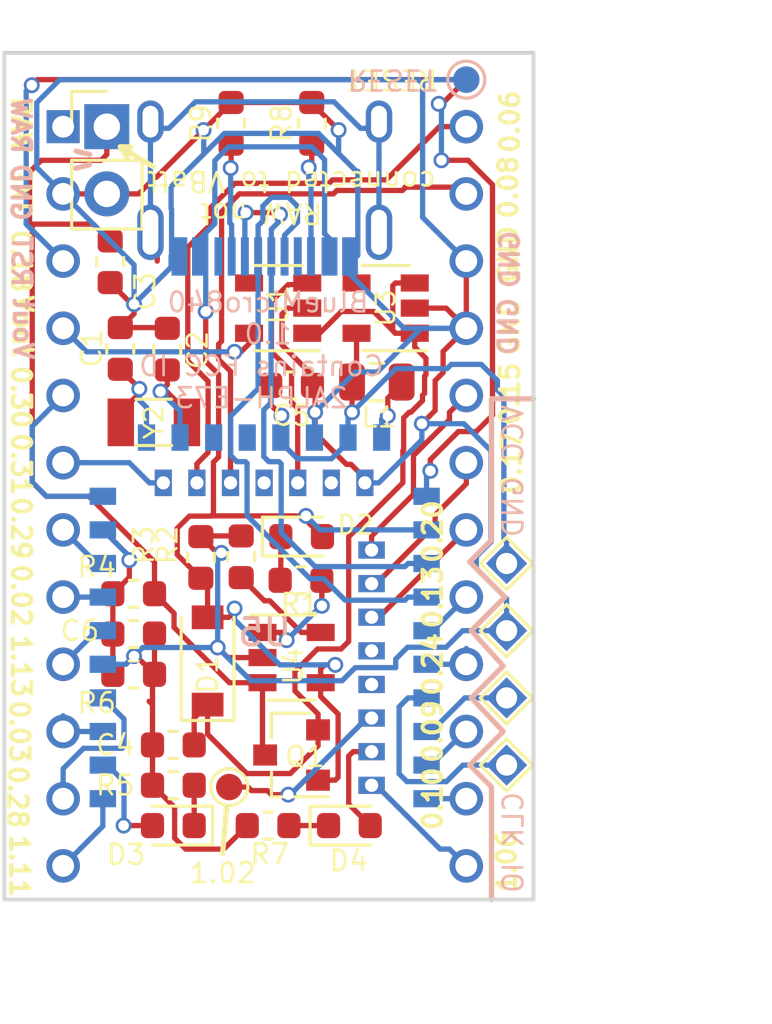
<source format=kicad_pcb>
(kicad_pcb (version 20171130) (host pcbnew "(5.0.0)")

  (general
    (thickness 1.6)
    (drawings 35)
    (tracks 561)
    (zones 0)
    (modules 36)
    (nets 46)
  )

  (page A4)
  (layers
    (0 F.Cu signal)
    (31 B.Cu signal)
    (32 B.Adhes user)
    (33 F.Adhes user)
    (34 B.Paste user)
    (35 F.Paste user)
    (36 B.SilkS user)
    (37 F.SilkS user)
    (38 B.Mask user)
    (39 F.Mask user hide)
    (40 Dwgs.User user)
    (41 Cmts.User user hide)
    (42 Eco1.User user hide)
    (43 Eco2.User user hide)
    (44 Edge.Cuts user)
    (45 Margin user hide)
    (46 B.CrtYd user)
    (47 F.CrtYd user hide)
    (48 B.Fab user hide)
    (49 F.Fab user hide)
  )

  (setup
    (last_trace_width 0.2)
    (user_trace_width 0.2)
    (user_trace_width 0.5)
    (trace_clearance 0.2)
    (zone_clearance 0.508)
    (zone_45_only yes)
    (trace_min 0.2)
    (segment_width 0.2)
    (edge_width 0.15)
    (via_size 0.6)
    (via_drill 0.4)
    (via_min_size 0.4)
    (via_min_drill 0.3)
    (uvia_size 0.3)
    (uvia_drill 0.1)
    (uvias_allowed no)
    (uvia_min_size 0.2)
    (uvia_min_drill 0.1)
    (pcb_text_width 0.3)
    (pcb_text_size 1.5 1.5)
    (mod_edge_width 0.15)
    (mod_text_size 1 1)
    (mod_text_width 0.15)
    (pad_size 3.25 3.25)
    (pad_drill 0)
    (pad_to_mask_clearance 0)
    (solder_mask_min_width 0.25)
    (aux_axis_origin 93.961533 141.562775)
    (grid_origin 93.961533 141.562775)
    (visible_elements 7FFFFFFF)
    (pcbplotparams
      (layerselection 0x010fc_ffffffff)
      (usegerberextensions false)
      (usegerberattributes false)
      (usegerberadvancedattributes false)
      (creategerberjobfile false)
      (excludeedgelayer true)
      (linewidth 0.100000)
      (plotframeref false)
      (viasonmask false)
      (mode 1)
      (useauxorigin false)
      (hpglpennumber 1)
      (hpglpenspeed 20)
      (hpglpendiameter 15.000000)
      (psnegative false)
      (psa4output false)
      (plotreference true)
      (plotvalue true)
      (plotinvisibletext false)
      (padsonsilk false)
      (subtractmaskfromsilk false)
      (outputformat 1)
      (mirror false)
      (drillshape 0)
      (scaleselection 1)
      (outputdirectory "gerber/"))
  )

  (net 0 "")
  (net 1 GND)
  (net 2 "Net-(C1-Pad1)")
  (net 3 VCC)
  (net 4 SWDIO)
  (net 5 RESET)
  (net 6 RXD)
  (net 7 TXD)
  (net 8 /P0.02)
  (net 9 /P0.29)
  (net 10 /P0.30)
  (net 11 /P0.31)
  (net 12 /P0.10)
  (net 13 /P0.09)
  (net 14 SWCLK)
  (net 15 VBUS)
  (net 16 "Net-(C2-Pad2)")
  (net 17 "Net-(L1-Pad1)")
  (net 18 VBAT)
  (net 19 DATA+)
  (net 20 DATA-)
  (net 21 /P1.13)
  (net 22 /P1.11)
  (net 23 /P0.20)
  (net 24 /P1.06)
  (net 25 /P0.26)
  (net 26 /P0.13)
  (net 27 /P0.15)
  (net 28 "Net-(R1-Pad2)")
  (net 29 "Net-(R2-Pad1)")
  (net 30 "Net-(D2-Pad1)")
  (net 31 /P0.17)
  (net 32 /P0.24)
  (net 33 BLUE_LED)
  (net 34 "Net-(D3-Pad1)")
  (net 35 /P0.03)
  (net 36 /P0.28)
  (net 37 "Net-(D4-Pad1)")
  (net 38 RED_LED)
  (net 39 "Net-(J3-PadS1)")
  (net 40 "Net-(J3-PadA5)")
  (net 41 "Net-(J3-PadB5)")
  (net 42 Vin)
  (net 43 Venable)
  (net 44 Vout)
  (net 45 1.02)

  (net_class Default "This is the default net class."
    (clearance 0.2)
    (trace_width 0.2)
    (via_dia 0.6)
    (via_drill 0.4)
    (uvia_dia 0.3)
    (uvia_drill 0.1)
    (add_net /P0.02)
    (add_net /P0.03)
    (add_net /P0.09)
    (add_net /P0.10)
    (add_net /P0.13)
    (add_net /P0.15)
    (add_net /P0.17)
    (add_net /P0.20)
    (add_net /P0.24)
    (add_net /P0.26)
    (add_net /P0.28)
    (add_net /P0.29)
    (add_net /P0.30)
    (add_net /P0.31)
    (add_net /P1.06)
    (add_net /P1.11)
    (add_net /P1.13)
    (add_net 1.02)
    (add_net BLUE_LED)
    (add_net DATA+)
    (add_net DATA-)
    (add_net GND)
    (add_net "Net-(C1-Pad1)")
    (add_net "Net-(C2-Pad2)")
    (add_net "Net-(D2-Pad1)")
    (add_net "Net-(D3-Pad1)")
    (add_net "Net-(D4-Pad1)")
    (add_net "Net-(J3-PadA5)")
    (add_net "Net-(J3-PadB5)")
    (add_net "Net-(J3-PadS1)")
    (add_net "Net-(L1-Pad1)")
    (add_net "Net-(R1-Pad2)")
    (add_net "Net-(R2-Pad1)")
    (add_net RED_LED)
    (add_net RESET)
    (add_net RXD)
    (add_net SWCLK)
    (add_net SWDIO)
    (add_net TXD)
    (add_net VBAT)
    (add_net VBUS)
    (add_net VCC)
    (add_net Venable)
    (add_net Vin)
    (add_net Vout)
  )

  (net_class Power ""
    (clearance 0.2)
    (trace_width 0.5)
    (via_dia 0.6)
    (via_drill 0.4)
    (uvia_dia 0.3)
    (uvia_drill 0.1)
  )

  (module nrfmicro:E73-2G4M08S1C-52840 (layer B.Cu) (tedit 5E9502C2) (tstamp 5C6ECCBA)
    (at 103.801533 123.722775 270)
    (path /5C7001D3)
    (fp_text reference U5 (at 7.746775 0.000467) (layer B.SilkS)
      (effects (font (size 1 1) (thickness 0.15)) (justify mirror))
    )
    (fp_text value E73-2G4M08S1C-52840 (at 9.778775 0.635467) (layer B.Fab) hide
      (effects (font (size 1 1) (thickness 0.15)) (justify mirror))
    )
    (fp_line (start -0.127 6.604) (end -0.127 -6.604) (layer B.Fab) (width 0.15))
    (fp_line (start -0.127 -6.604) (end 18.034 -6.604) (layer B.Fab) (width 0.15))
    (fp_line (start 18.034 -6.604) (end 18.034 6.604) (layer B.Fab) (width 0.15))
    (fp_line (start 18.034 6.604) (end -0.127 6.604) (layer B.Fab) (width 0.15))
    (fp_text user E73-2G4M08S1C (at 9.458 3.81 270) (layer B.SilkS) hide
      (effects (font (size 1 1) (thickness 0.15)) (justify mirror))
    )
    (pad 28 thru_hole rect (at 4.632 -4.041 270) (size 0.65 1) (drill 0.5) (layers *.Cu *.Mask)
      (net 27 /P0.15))
    (pad 10 smd rect (at 2.6 6.119 270) (size 0.65 1) (layers B.Cu B.Paste B.Mask)
      (net 10 /P0.30))
    (pad 9 smd rect (at 3.87 6.119 270) (size 0.65 1) (layers B.Cu B.Paste B.Mask)
      (net 11 /P0.31))
    (pad 8 smd rect (at 5.14 6.119 270) (size 0.65 1) (layers B.Cu B.Paste B.Mask)
      (net 9 /P0.29))
    (pad 7 smd rect (at 6.41 6.119 270) (size 0.65 1) (layers B.Cu B.Paste B.Mask)
      (net 8 /P0.02))
    (pad 6 smd rect (at 7.68 6.119 270) (size 0.65 1) (layers B.Cu B.Paste B.Mask)
      (net 21 /P1.13))
    (pad 5 smd rect (at 8.95 6.119 270) (size 0.65 1) (layers B.Cu B.Paste B.Mask)
      (net 1 GND))
    (pad 4 smd rect (at 10.22 6.119 270) (size 0.65 1) (layers B.Cu B.Paste B.Mask)
      (net 36 /P0.28))
    (pad 3 smd rect (at 11.49 6.119 270) (size 0.65 1) (layers B.Cu B.Paste B.Mask)
      (net 35 /P0.03))
    (pad 2 smd rect (at 12.76 6.119 270) (size 0.65 1) (layers B.Cu B.Paste B.Mask)
      (net 33 BLUE_LED))
    (pad 1 smd rect (at 14.03 6.119 270) (size 0.65 1) (layers B.Cu B.Paste B.Mask)
      (net 22 /P1.11))
    (pad 31 smd rect (at 6.41 -6.119 270) (size 0.65 1) (layers B.Cu B.Paste B.Mask)
      (net 19 DATA+))
    (pad 43 smd rect (at 14.03 -6.119 270) (size 0.65 1) (layers B.Cu B.Paste B.Mask)
      (net 12 /P0.10))
    (pad 33 smd rect (at 7.68 -6.119 270) (size 0.65 1) (layers B.Cu B.Paste B.Mask)
      (net 26 /P0.13))
    (pad 41 smd rect (at 12.76 -6.119 270) (size 0.65 1) (layers B.Cu B.Paste B.Mask)
      (net 13 /P0.09))
    (pad 39 smd rect (at 11.49 -6.119 270) (size 0.65 1) (layers B.Cu B.Paste B.Mask)
      (net 14 SWCLK))
    (pad 37 smd rect (at 10.22 -6.119 270) (size 0.65 1) (layers B.Cu B.Paste B.Mask)
      (net 4 SWDIO))
    (pad 29 smd rect (at 5.14 -6.119 270) (size 0.65 1) (layers B.Cu B.Paste B.Mask)
      (net 20 DATA-))
    (pad 35 smd rect (at 8.95 -6.119 270) (size 0.65 1) (layers B.Cu B.Paste B.Mask)
      (net 32 /P0.24))
    (pad 27 smd rect (at 3.87 -6.119 270) (size 0.65 1) (layers B.Cu B.Paste B.Mask)
      (net 15 VBUS))
    (pad 26 smd rect (at 2.6 -6.119 270) (size 0.65 1) (layers B.Cu B.Paste B.Mask)
      (net 5 RESET))
    (pad 23 smd rect (at 0.381 -3.15 180) (size 0.65 1) (layers B.Cu B.Paste B.Mask)
      (net 3 VCC))
    (pad 11 smd rect (at 0.381 4.47 180) (size 0.65 1) (layers B.Cu B.Paste B.Mask)
      (net 2 "Net-(C1-Pad1)"))
    (pad 21 smd rect (at 0.381 -1.88 180) (size 0.65 1) (layers B.Cu B.Paste B.Mask)
      (net 1 GND))
    (pad 13 smd rect (at 0.381 3.2 180) (size 0.65 1) (layers B.Cu B.Paste B.Mask)
      (net 16 "Net-(C2-Pad2)"))
    (pad 15 smd rect (at 0.381 1.93 180) (size 0.65 1) (layers B.Cu B.Paste B.Mask))
    (pad 17 smd rect (at 0.381 0.66 180) (size 0.65 1) (layers B.Cu B.Paste B.Mask))
    (pad 25 smd rect (at 0.381 -4.42 180) (size 0.65 1) (layers B.Cu B.Paste B.Mask)
      (net 17 "Net-(L1-Pad1)"))
    (pad 19 smd rect (at 0.381 -0.61 180) (size 0.65 1) (layers B.Cu B.Paste B.Mask)
      (net 3 VCC))
    (pad 30 thru_hole rect (at 5.902 -4.041 270) (size 0.65 1) (drill 0.5) (layers *.Cu *.Mask)
      (net 31 /P0.17))
    (pad 32 thru_hole rect (at 7.172 -4.041 270) (size 0.65 1) (drill 0.5) (layers *.Cu *.Mask)
      (net 23 /P0.20))
    (pad 34 thru_hole rect (at 8.442 -4.041 270) (size 0.65 1) (drill 0.5) (layers *.Cu *.Mask))
    (pad 36 thru_hole rect (at 9.712 -4.041 270) (size 0.65 1) (drill 0.5) (layers *.Cu *.Mask))
    (pad 38 thru_hole rect (at 10.982 -4.041 270) (size 0.65 1) (drill 0.5) (layers *.Cu *.Mask)
      (net 45 1.02))
    (pad 40 thru_hole rect (at 12.252 -4.041 270) (size 0.65 1) (drill 0.5) (layers *.Cu *.Mask)
      (net 38 RED_LED))
    (pad 42 thru_hole rect (at 13.522 -4.041 270) (size 0.65 1) (drill 0.5) (layers *.Cu *.Mask)
      (net 24 /P1.06))
    (pad 14 thru_hole rect (at 2.092 2.563 180) (size 0.65 1) (drill 0.5) (layers *.Cu *.Mask)
      (net 7 TXD))
    (pad 12 thru_hole rect (at 2.092 3.833 180) (size 0.65 1) (drill 0.5) (layers *.Cu *.Mask)
      (net 25 /P0.26))
    (pad 20 thru_hole rect (at 2.092 -1.247 180) (size 0.65 1) (drill 0.5) (layers *.Cu *.Mask)
      (net 43 Venable))
    (pad 16 thru_hole rect (at 2.092 1.293 180) (size 0.65 1) (drill 0.5) (layers *.Cu *.Mask)
      (net 6 RXD))
    (pad 22 thru_hole rect (at 2.092 -2.517 180) (size 0.65 1) (drill 0.5) (layers *.Cu *.Mask))
    (pad 24 thru_hole rect (at 2.092 -3.787 180) (size 0.65 1) (drill 0.5) (layers *.Cu *.Mask)
      (net 1 GND))
    (pad 18 thru_hole rect (at 2.092 0.023 180) (size 0.65 1) (drill 0.5) (layers *.Cu *.Mask))
  )

  (module LED_SMD:LED_0603_1608Metric (layer F.Cu) (tedit 5CAD6F1D) (tstamp 5C71A0D8)
    (at 100.347033 138.768775 180)
    (descr "LED SMD 0603 (1608 Metric), square (rectangular) end terminal, IPC_7351 nominal, (Body size source: http://www.tortai-tech.com/upload/download/2011102023233369053.pdf), generated with kicad-footprint-generator")
    (tags diode)
    (path /5C7545DA)
    (attr smd)
    (fp_text reference D3 (at 1.7855 -1.094 180) (layer F.SilkS)
      (effects (font (size 0.75 0.75) (thickness 0.1)))
    )
    (fp_text value 19-217/BHC-ZL1M2RY/3T (at 0 1.43 180) (layer F.Fab)
      (effects (font (size 1 1) (thickness 0.15)))
    )
    (fp_line (start 0.8 -0.4) (end -0.5 -0.4) (layer F.Fab) (width 0.1))
    (fp_line (start -0.5 -0.4) (end -0.8 -0.1) (layer F.Fab) (width 0.1))
    (fp_line (start -0.8 -0.1) (end -0.8 0.4) (layer F.Fab) (width 0.1))
    (fp_line (start -0.8 0.4) (end 0.8 0.4) (layer F.Fab) (width 0.1))
    (fp_line (start 0.8 0.4) (end 0.8 -0.4) (layer F.Fab) (width 0.1))
    (fp_line (start 0.8 -0.735) (end -1.485 -0.735) (layer F.SilkS) (width 0.12))
    (fp_line (start -1.485 -0.735) (end -1.485 0.735) (layer F.SilkS) (width 0.12))
    (fp_line (start -1.485 0.735) (end 0.8 0.735) (layer F.SilkS) (width 0.12))
    (fp_line (start -1.48 0.73) (end -1.48 -0.73) (layer F.CrtYd) (width 0.05))
    (fp_line (start -1.48 -0.73) (end 1.48 -0.73) (layer F.CrtYd) (width 0.05))
    (fp_line (start 1.48 -0.73) (end 1.48 0.73) (layer F.CrtYd) (width 0.05))
    (fp_line (start 1.48 0.73) (end -1.48 0.73) (layer F.CrtYd) (width 0.05))
    (fp_text user %R (at 0 0 180) (layer F.Fab)
      (effects (font (size 0.4 0.4) (thickness 0.06)))
    )
    (pad 1 smd roundrect (at -0.7875 0 180) (size 0.875 0.95) (layers F.Cu F.Paste F.Mask) (roundrect_rratio 0.25)
      (net 34 "Net-(D3-Pad1)"))
    (pad 2 smd roundrect (at 0.7875 0 180) (size 0.875 0.95) (layers F.Cu F.Paste F.Mask) (roundrect_rratio 0.25)
      (net 33 BLUE_LED))
    (model ${KISYS3DMOD}/LED_SMD.3dshapes/LED_0603_1608Metric.wrl
      (at (xyz 0 0 0))
      (scale (xyz 1 1 1))
      (rotate (xyz 0 0 0))
    )
  )

  (module LED_SMD:LED_0603_1608Metric (layer F.Cu) (tedit 5CAD6FA4) (tstamp 5C711F3F)
    (at 105.198533 127.846775)
    (descr "LED SMD 0603 (1608 Metric), square (rectangular) end terminal, IPC_7351 nominal, (Body size source: http://www.tortai-tech.com/upload/download/2011102023233369053.pdf), generated with kicad-footprint-generator")
    (tags diode)
    (path /5C7015F2)
    (attr smd)
    (fp_text reference D2 (at 2.032 -0.4445 -180) (layer F.SilkS)
      (effects (font (size 0.7 0.7) (thickness 0.1)))
    )
    (fp_text value 19-217/GHC-YR1S2/3T (at 0 1.43) (layer F.Fab)
      (effects (font (size 1 1) (thickness 0.15)))
    )
    (fp_line (start 0.8 -0.4) (end -0.5 -0.4) (layer F.Fab) (width 0.1))
    (fp_line (start -0.5 -0.4) (end -0.8 -0.1) (layer F.Fab) (width 0.1))
    (fp_line (start -0.8 -0.1) (end -0.8 0.4) (layer F.Fab) (width 0.1))
    (fp_line (start -0.8 0.4) (end 0.8 0.4) (layer F.Fab) (width 0.1))
    (fp_line (start 0.8 0.4) (end 0.8 -0.4) (layer F.Fab) (width 0.1))
    (fp_line (start 0.8 -0.735) (end -1.485 -0.735) (layer F.SilkS) (width 0.12))
    (fp_line (start -1.485 -0.735) (end -1.485 0.735) (layer F.SilkS) (width 0.12))
    (fp_line (start -1.485 0.735) (end 0.8 0.735) (layer F.SilkS) (width 0.12))
    (fp_line (start -1.48 0.73) (end -1.48 -0.73) (layer F.CrtYd) (width 0.05))
    (fp_line (start -1.48 -0.73) (end 1.48 -0.73) (layer F.CrtYd) (width 0.05))
    (fp_line (start 1.48 -0.73) (end 1.48 0.73) (layer F.CrtYd) (width 0.05))
    (fp_line (start 1.48 0.73) (end -1.48 0.73) (layer F.CrtYd) (width 0.05))
    (fp_text user %R (at 0 0) (layer F.Fab)
      (effects (font (size 0.4 0.4) (thickness 0.06)))
    )
    (pad 1 smd roundrect (at -0.7875 0) (size 0.875 0.95) (layers F.Cu F.Paste F.Mask) (roundrect_rratio 0.25)
      (net 30 "Net-(D2-Pad1)"))
    (pad 2 smd roundrect (at 0.7875 0) (size 0.875 0.95) (layers F.Cu F.Paste F.Mask) (roundrect_rratio 0.25)
      (net 15 VBUS))
    (model ${KISYS3DMOD}/LED_SMD.3dshapes/LED_0603_1608Metric.wrl
      (at (xyz 0 0 0))
      (scale (xyz 1 1 1))
      (rotate (xyz 0 0 0))
    )
  )

  (module Crystal:Crystal_SMD_3215-2Pin_3.2x1.5mm (layer F.Cu) (tedit 5DBF46FD) (tstamp 5C72EBCC)
    (at 99.610533 123.528775 180)
    (descr "SMD Crystal FC-135 https://support.epson.biz/td/api/doc_check.php?dl=brief_FC-135R_en.pdf")
    (tags "SMD SMT Crystal")
    (path /5C74A6AB)
    (attr smd)
    (fp_text reference Y2 (at 0 0 90) (layer F.SilkS)
      (effects (font (size 0.7 0.7) (thickness 0.1)))
    )
    (fp_text value 32,768 (at 0 2 180) (layer F.Fab)
      (effects (font (size 1 1) (thickness 0.15)))
    )
    (fp_text user %R (at 0 -2 180) (layer F.Fab)
      (effects (font (size 1 1) (thickness 0.15)))
    )
    (fp_line (start -2 -1.15) (end 2 -1.15) (layer F.CrtYd) (width 0.05))
    (fp_line (start -1.6 -0.75) (end -1.6 0.75) (layer F.Fab) (width 0.1))
    (fp_line (start -0.675 0.875) (end 0.675 0.875) (layer F.SilkS) (width 0.12))
    (fp_line (start -0.675 -0.875) (end 0.675 -0.875) (layer F.SilkS) (width 0.12))
    (fp_line (start 1.6 -0.75) (end 1.6 0.75) (layer F.Fab) (width 0.1))
    (fp_line (start -1.6 -0.75) (end 1.6 -0.75) (layer F.Fab) (width 0.1))
    (fp_line (start -1.6 0.75) (end 1.6 0.75) (layer F.Fab) (width 0.1))
    (fp_line (start -2 1.15) (end 2 1.15) (layer F.CrtYd) (width 0.05))
    (fp_line (start -2 -1.15) (end -2 1.15) (layer F.CrtYd) (width 0.05))
    (fp_line (start 2 -1.15) (end 2 1.15) (layer F.CrtYd) (width 0.05))
    (pad 1 smd rect (at 1.25 0 180) (size 1 1.8) (layers F.Cu F.Paste F.Mask)
      (net 2 "Net-(C1-Pad1)"))
    (pad 2 smd rect (at -1.25 0 180) (size 1 1.8) (layers F.Cu F.Paste F.Mask)
      (net 16 "Net-(C2-Pad2)"))
    (model ${KISYS3DMOD}/Crystal.3dshapes/Crystal_SMD_3225-4Pin_3.2x2.5mm.step
      (at (xyz 0 0 0))
      (scale (xyz 1 1 1))
      (rotate (xyz 0 0 0))
    )
  )

  (module Package_TO_SOT_SMD:SOT-23-5 (layer F.Cu) (tedit 5CAD6F99) (tstamp 5C6EC9AA)
    (at 108.373533 119.210775 180)
    (descr "5-pin SOT23 package")
    (tags SOT-23-5)
    (path /5D796961)
    (attr smd)
    (fp_text reference U3 (at 0 0 90) (layer F.SilkS)
      (effects (font (size 0.7 0.7) (thickness 0.1)))
    )
    (fp_text value AP2112K-3.3TRG1 (at 0 2.9 180) (layer F.Fab)
      (effects (font (size 1 1) (thickness 0.15)))
    )
    (fp_line (start 0.9 -1.55) (end 0.9 1.55) (layer F.Fab) (width 0.1))
    (fp_line (start 0.9 1.55) (end -0.9 1.55) (layer F.Fab) (width 0.1))
    (fp_line (start -0.9 -0.9) (end -0.9 1.55) (layer F.Fab) (width 0.1))
    (fp_line (start 0.9 -1.55) (end -0.25 -1.55) (layer F.Fab) (width 0.1))
    (fp_line (start -0.9 -0.9) (end -0.25 -1.55) (layer F.Fab) (width 0.1))
    (fp_line (start -1.9 1.8) (end -1.9 -1.8) (layer F.CrtYd) (width 0.05))
    (fp_line (start 1.9 1.8) (end -1.9 1.8) (layer F.CrtYd) (width 0.05))
    (fp_line (start 1.9 -1.8) (end 1.9 1.8) (layer F.CrtYd) (width 0.05))
    (fp_line (start -1.9 -1.8) (end 1.9 -1.8) (layer F.CrtYd) (width 0.05))
    (fp_line (start 0.9 -1.61) (end -1.55 -1.61) (layer F.SilkS) (width 0.12))
    (fp_line (start -0.9 1.61) (end 0.9 1.61) (layer F.SilkS) (width 0.12))
    (fp_text user %R (at 0 0 -90) (layer F.Fab)
      (effects (font (size 0.5 0.5) (thickness 0.075)))
    )
    (pad 5 smd rect (at 1.1 -0.95 180) (size 1.06 0.65) (layers F.Cu F.Paste F.Mask)
      (net 3 VCC))
    (pad 4 smd rect (at 1.1 0.95 180) (size 1.06 0.65) (layers F.Cu F.Paste F.Mask))
    (pad 3 smd rect (at -1.1 0.95 180) (size 1.06 0.65) (layers F.Cu F.Paste F.Mask)
      (net 42 Vin))
    (pad 2 smd rect (at -1.1 0 180) (size 1.06 0.65) (layers F.Cu F.Paste F.Mask)
      (net 1 GND))
    (pad 1 smd rect (at -1.1 -0.95 180) (size 1.06 0.65) (layers F.Cu F.Paste F.Mask)
      (net 42 Vin))
    (model ${KISYS3DMOD}/Package_TO_SOT_SMD.3dshapes/SOT-23-5.wrl
      (at (xyz 0 0 0))
      (scale (xyz 1 1 1))
      (rotate (xyz 0 0 0))
    )
  )

  (module Package_TO_SOT_SMD:SOT-23-5 (layer F.Cu) (tedit 5DBF44EA) (tstamp 5C6EC9A9)
    (at 104.817533 132.418775)
    (descr "5-pin SOT23 package")
    (tags SOT-23-5)
    (path /5D7EA888)
    (attr smd)
    (fp_text reference U4 (at 0.0635 0.3175 90) (layer F.SilkS)
      (effects (font (size 0.7 0.7) (thickness 0.1)))
    )
    (fp_text value TP4054ST (at 0 2.9) (layer F.Fab)
      (effects (font (size 1 1) (thickness 0.15)))
    )
    (fp_text user %R (at 0 0 90) (layer F.Fab)
      (effects (font (size 0.5 0.5) (thickness 0.075)))
    )
    (fp_line (start -0.9 1.61) (end 0.9 1.61) (layer F.SilkS) (width 0.12))
    (fp_line (start 0.9 -1.61) (end -1.55 -1.61) (layer F.SilkS) (width 0.12))
    (fp_line (start -1.9 -1.8) (end 1.9 -1.8) (layer F.CrtYd) (width 0.05))
    (fp_line (start 1.9 -1.8) (end 1.9 1.8) (layer F.CrtYd) (width 0.05))
    (fp_line (start 1.9 1.8) (end -1.9 1.8) (layer F.CrtYd) (width 0.05))
    (fp_line (start -1.9 1.8) (end -1.9 -1.8) (layer F.CrtYd) (width 0.05))
    (fp_line (start -0.9 -0.9) (end -0.25 -1.55) (layer F.Fab) (width 0.1))
    (fp_line (start 0.9 -1.55) (end -0.25 -1.55) (layer F.Fab) (width 0.1))
    (fp_line (start -0.9 -0.9) (end -0.9 1.55) (layer F.Fab) (width 0.1))
    (fp_line (start 0.9 1.55) (end -0.9 1.55) (layer F.Fab) (width 0.1))
    (fp_line (start 0.9 -1.55) (end 0.9 1.55) (layer F.Fab) (width 0.1))
    (pad 1 smd rect (at -1.1 -0.95) (size 1.06 0.65) (layers F.Cu F.Paste F.Mask)
      (net 28 "Net-(R1-Pad2)"))
    (pad 2 smd rect (at -1.1 0) (size 1.06 0.65) (layers F.Cu F.Paste F.Mask)
      (net 1 GND))
    (pad 3 smd rect (at -1.1 0.95) (size 1.06 0.65) (layers F.Cu F.Paste F.Mask)
      (net 18 VBAT))
    (pad 4 smd rect (at 1.1 0.95) (size 1.06 0.65) (layers F.Cu F.Paste F.Mask)
      (net 15 VBUS))
    (pad 5 smd rect (at 1.1 -0.95) (size 1.06 0.65) (layers F.Cu F.Paste F.Mask)
      (net 29 "Net-(R2-Pad1)"))
    (model ${KISYS3DMOD}/Package_TO_SOT_SMD.3dshapes/SOT-23-5.wrl
      (at (xyz 0 0 0))
      (scale (xyz 1 1 1))
      (rotate (xyz 0 0 0))
    )
  )

  (module LED_SMD:LED_0603_1608Metric (layer F.Cu) (tedit 5CAD6F13) (tstamp 5CDB8631)
    (at 107.002034 138.768775)
    (descr "LED SMD 0603 (1608 Metric), square (rectangular) end terminal, IPC_7351 nominal, (Body size source: http://www.tortai-tech.com/upload/download/2011102023233369053.pdf), generated with kicad-footprint-generator")
    (tags diode)
    (path /5D834AF2)
    (attr smd)
    (fp_text reference D4 (at -0.025501 1.3335 180) (layer F.SilkS)
      (effects (font (size 0.75 0.75) (thickness 0.1)))
    )
    (fp_text value KT-0603R (at 0 1.43) (layer F.Fab)
      (effects (font (size 1 1) (thickness 0.15)))
    )
    (fp_line (start 0.8 -0.4) (end -0.5 -0.4) (layer F.Fab) (width 0.1))
    (fp_line (start -0.5 -0.4) (end -0.8 -0.1) (layer F.Fab) (width 0.1))
    (fp_line (start -0.8 -0.1) (end -0.8 0.4) (layer F.Fab) (width 0.1))
    (fp_line (start -0.8 0.4) (end 0.8 0.4) (layer F.Fab) (width 0.1))
    (fp_line (start 0.8 0.4) (end 0.8 -0.4) (layer F.Fab) (width 0.1))
    (fp_line (start 0.8 -0.735) (end -1.485 -0.735) (layer F.SilkS) (width 0.12))
    (fp_line (start -1.485 -0.735) (end -1.485 0.735) (layer F.SilkS) (width 0.12))
    (fp_line (start -1.485 0.735) (end 0.8 0.735) (layer F.SilkS) (width 0.12))
    (fp_line (start -1.48 0.73) (end -1.48 -0.73) (layer F.CrtYd) (width 0.05))
    (fp_line (start -1.48 -0.73) (end 1.48 -0.73) (layer F.CrtYd) (width 0.05))
    (fp_line (start 1.48 -0.73) (end 1.48 0.73) (layer F.CrtYd) (width 0.05))
    (fp_line (start 1.48 0.73) (end -1.48 0.73) (layer F.CrtYd) (width 0.05))
    (fp_text user %R (at 0 0) (layer F.Fab)
      (effects (font (size 0.4 0.4) (thickness 0.06)))
    )
    (pad 1 smd roundrect (at -0.7875 0) (size 0.875 0.95) (layers F.Cu F.Paste F.Mask) (roundrect_rratio 0.25)
      (net 37 "Net-(D4-Pad1)"))
    (pad 2 smd roundrect (at 0.7875 0) (size 0.875 0.95) (layers F.Cu F.Paste F.Mask) (roundrect_rratio 0.25)
      (net 38 RED_LED))
    (model ${KISYS3DMOD}/LED_SMD.3dshapes/LED_0603_1608Metric.wrl
      (at (xyz 0 0 0))
      (scale (xyz 1 1 1))
      (rotate (xyz 0 0 0))
    )
  )

  (module Capacitor_SMD:C_0603_1608Metric (layer F.Cu) (tedit 5DBF4547) (tstamp 5D837ADF)
    (at 98.340533 120.734775 90)
    (descr "Capacitor SMD 0603 (1608 Metric), square (rectangular) end terminal, IPC_7351 nominal, (Body size source: http://www.tortai-tech.com/upload/download/2011102023233369053.pdf), generated with kicad-footprint-generator")
    (tags capacitor)
    (path /5C7379E0)
    (attr smd)
    (fp_text reference C1 (at 0 -1.0795 90) (layer F.SilkS)
      (effects (font (size 0.75 0.75) (thickness 0.1)))
    )
    (fp_text value 22pF (at 0 1.43 90) (layer F.Fab)
      (effects (font (size 1 1) (thickness 0.15)))
    )
    (fp_line (start -0.8 0.4) (end -0.8 -0.4) (layer F.Fab) (width 0.1))
    (fp_line (start -0.8 -0.4) (end 0.8 -0.4) (layer F.Fab) (width 0.1))
    (fp_line (start 0.8 -0.4) (end 0.8 0.4) (layer F.Fab) (width 0.1))
    (fp_line (start 0.8 0.4) (end -0.8 0.4) (layer F.Fab) (width 0.1))
    (fp_line (start -0.162779 -0.51) (end 0.162779 -0.51) (layer F.SilkS) (width 0.12))
    (fp_line (start -0.162779 0.51) (end 0.162779 0.51) (layer F.SilkS) (width 0.12))
    (fp_line (start -1.48 0.73) (end -1.48 -0.73) (layer F.CrtYd) (width 0.05))
    (fp_line (start -1.48 -0.73) (end 1.48 -0.73) (layer F.CrtYd) (width 0.05))
    (fp_line (start 1.48 -0.73) (end 1.48 0.73) (layer F.CrtYd) (width 0.05))
    (fp_line (start 1.48 0.73) (end -1.48 0.73) (layer F.CrtYd) (width 0.05))
    (fp_text user %R (at 0 0 90) (layer F.Fab)
      (effects (font (size 0.4 0.4) (thickness 0.06)))
    )
    (pad 1 smd roundrect (at -0.7875 0 90) (size 0.875 0.95) (layers F.Cu F.Paste F.Mask) (roundrect_rratio 0.25)
      (net 2 "Net-(C1-Pad1)"))
    (pad 2 smd roundrect (at 0.7875 0 90) (size 0.875 0.95) (layers F.Cu F.Paste F.Mask) (roundrect_rratio 0.25)
      (net 1 GND))
    (model ${KISYS3DMOD}/Capacitor_SMD.3dshapes/C_0603_1608Metric.wrl
      (at (xyz 0 0 0))
      (scale (xyz 1 1 1))
      (rotate (xyz 0 0 0))
    )
  )

  (module Capacitor_SMD:C_0603_1608Metric (layer F.Cu) (tedit 5DBF4557) (tstamp 5D837AEF)
    (at 100.118533 120.760276 270)
    (descr "Capacitor SMD 0603 (1608 Metric), square (rectangular) end terminal, IPC_7351 nominal, (Body size source: http://www.tortai-tech.com/upload/download/2011102023233369053.pdf), generated with kicad-footprint-generator")
    (tags capacitor)
    (path /5C73DD8F)
    (attr smd)
    (fp_text reference C2 (at 0.037999 -1.143 270) (layer F.SilkS)
      (effects (font (size 0.75 0.75) (thickness 0.1)))
    )
    (fp_text value 22pF (at 0 1.43 270) (layer F.Fab)
      (effects (font (size 1 1) (thickness 0.15)))
    )
    (fp_line (start -0.8 0.4) (end -0.8 -0.4) (layer F.Fab) (width 0.1))
    (fp_line (start -0.8 -0.4) (end 0.8 -0.4) (layer F.Fab) (width 0.1))
    (fp_line (start 0.8 -0.4) (end 0.8 0.4) (layer F.Fab) (width 0.1))
    (fp_line (start 0.8 0.4) (end -0.8 0.4) (layer F.Fab) (width 0.1))
    (fp_line (start -0.162779 -0.51) (end 0.162779 -0.51) (layer F.SilkS) (width 0.12))
    (fp_line (start -0.162779 0.51) (end 0.162779 0.51) (layer F.SilkS) (width 0.12))
    (fp_line (start -1.48 0.73) (end -1.48 -0.73) (layer F.CrtYd) (width 0.05))
    (fp_line (start -1.48 -0.73) (end 1.48 -0.73) (layer F.CrtYd) (width 0.05))
    (fp_line (start 1.48 -0.73) (end 1.48 0.73) (layer F.CrtYd) (width 0.05))
    (fp_line (start 1.48 0.73) (end -1.48 0.73) (layer F.CrtYd) (width 0.05))
    (fp_text user %R (at 0 0 270) (layer F.Fab)
      (effects (font (size 0.4 0.4) (thickness 0.06)))
    )
    (pad 1 smd roundrect (at -0.7875 0 270) (size 0.875 0.95) (layers F.Cu F.Paste F.Mask) (roundrect_rratio 0.25)
      (net 1 GND))
    (pad 2 smd roundrect (at 0.7875 0 270) (size 0.875 0.95) (layers F.Cu F.Paste F.Mask) (roundrect_rratio 0.25)
      (net 16 "Net-(C2-Pad2)"))
    (model ${KISYS3DMOD}/Capacitor_SMD.3dshapes/C_0603_1608Metric.wrl
      (at (xyz 0 0 0))
      (scale (xyz 1 1 1))
      (rotate (xyz 0 0 0))
    )
  )

  (module Capacitor_SMD:C_0603_1608Metric (layer F.Cu) (tedit 5DBF457A) (tstamp 5D837AFF)
    (at 97.959533 117.458275 270)
    (descr "Capacitor SMD 0603 (1608 Metric), square (rectangular) end terminal, IPC_7351 nominal, (Body size source: http://www.tortai-tech.com/upload/download/2011102023233369053.pdf), generated with kicad-footprint-generator")
    (tags capacitor)
    (path /5C70161B)
    (attr smd)
    (fp_text reference C3 (at 1.1175 -1.3208 270) (layer F.SilkS)
      (effects (font (size 0.75 0.75) (thickness 0.1)))
    )
    (fp_text value 10uF (at 0 1.43 270) (layer F.Fab)
      (effects (font (size 1 1) (thickness 0.15)))
    )
    (fp_line (start -0.8 0.4) (end -0.8 -0.4) (layer F.Fab) (width 0.1))
    (fp_line (start -0.8 -0.4) (end 0.8 -0.4) (layer F.Fab) (width 0.1))
    (fp_line (start 0.8 -0.4) (end 0.8 0.4) (layer F.Fab) (width 0.1))
    (fp_line (start 0.8 0.4) (end -0.8 0.4) (layer F.Fab) (width 0.1))
    (fp_line (start -0.162779 -0.51) (end 0.162779 -0.51) (layer F.SilkS) (width 0.12))
    (fp_line (start -0.162779 0.51) (end 0.162779 0.51) (layer F.SilkS) (width 0.12))
    (fp_line (start -1.48 0.73) (end -1.48 -0.73) (layer F.CrtYd) (width 0.05))
    (fp_line (start -1.48 -0.73) (end 1.48 -0.73) (layer F.CrtYd) (width 0.05))
    (fp_line (start 1.48 -0.73) (end 1.48 0.73) (layer F.CrtYd) (width 0.05))
    (fp_line (start 1.48 0.73) (end -1.48 0.73) (layer F.CrtYd) (width 0.05))
    (fp_text user %R (at 0 0 270) (layer F.Fab)
      (effects (font (size 0.4 0.4) (thickness 0.06)))
    )
    (pad 1 smd roundrect (at -0.7875 0 270) (size 0.875 0.95) (layers F.Cu F.Paste F.Mask) (roundrect_rratio 0.25)
      (net 18 VBAT))
    (pad 2 smd roundrect (at 0.7875 0 270) (size 0.875 0.95) (layers F.Cu F.Paste F.Mask) (roundrect_rratio 0.25)
      (net 1 GND))
    (model ${KISYS3DMOD}/Capacitor_SMD.3dshapes/C_0603_1608Metric.wrl
      (at (xyz 0 0 0))
      (scale (xyz 1 1 1))
      (rotate (xyz 0 0 0))
    )
  )

  (module Capacitor_SMD:C_0603_1608Metric (layer F.Cu) (tedit 5DBF4655) (tstamp 5D837B0F)
    (at 100.347033 135.720775 180)
    (descr "Capacitor SMD 0603 (1608 Metric), square (rectangular) end terminal, IPC_7351 nominal, (Body size source: http://www.tortai-tech.com/upload/download/2011102023233369053.pdf), generated with kicad-footprint-generator")
    (tags capacitor)
    (path /5B158BD8)
    (attr smd)
    (fp_text reference C4 (at 2.197 0 180) (layer F.SilkS)
      (effects (font (size 0.75 0.75) (thickness 0.1)))
    )
    (fp_text value 10uF (at 0 1.43 180) (layer F.Fab)
      (effects (font (size 1 1) (thickness 0.15)))
    )
    (fp_text user %R (at 0 0 180) (layer F.Fab)
      (effects (font (size 0.4 0.4) (thickness 0.06)))
    )
    (fp_line (start 1.48 0.73) (end -1.48 0.73) (layer F.CrtYd) (width 0.05))
    (fp_line (start 1.48 -0.73) (end 1.48 0.73) (layer F.CrtYd) (width 0.05))
    (fp_line (start -1.48 -0.73) (end 1.48 -0.73) (layer F.CrtYd) (width 0.05))
    (fp_line (start -1.48 0.73) (end -1.48 -0.73) (layer F.CrtYd) (width 0.05))
    (fp_line (start -0.162779 0.51) (end 0.162779 0.51) (layer F.SilkS) (width 0.12))
    (fp_line (start -0.162779 -0.51) (end 0.162779 -0.51) (layer F.SilkS) (width 0.12))
    (fp_line (start 0.8 0.4) (end -0.8 0.4) (layer F.Fab) (width 0.1))
    (fp_line (start 0.8 -0.4) (end 0.8 0.4) (layer F.Fab) (width 0.1))
    (fp_line (start -0.8 -0.4) (end 0.8 -0.4) (layer F.Fab) (width 0.1))
    (fp_line (start -0.8 0.4) (end -0.8 -0.4) (layer F.Fab) (width 0.1))
    (pad 2 smd roundrect (at 0.7875 0 180) (size 0.875 0.95) (layers F.Cu F.Paste F.Mask) (roundrect_rratio 0.25)
      (net 1 GND))
    (pad 1 smd roundrect (at -0.7875 0 180) (size 0.875 0.95) (layers F.Cu F.Paste F.Mask) (roundrect_rratio 0.25)
      (net 42 Vin))
    (model ${KISYS3DMOD}/Capacitor_SMD.3dshapes/C_0603_1608Metric.wrl
      (at (xyz 0 0 0))
      (scale (xyz 1 1 1))
      (rotate (xyz 0 0 0))
    )
  )

  (module Capacitor_SMD:C_0603_1608Metric (layer F.Cu) (tedit 5DBF4568) (tstamp 5D837B1F)
    (at 104.817533 122.131775)
    (descr "Capacitor SMD 0603 (1608 Metric), square (rectangular) end terminal, IPC_7351 nominal, (Body size source: http://www.tortai-tech.com/upload/download/2011102023233369053.pdf), generated with kicad-footprint-generator")
    (tags capacitor)
    (path /5CC9355F)
    (attr smd)
    (fp_text reference C5 (at 0 1.143) (layer F.SilkS)
      (effects (font (size 0.75 0.75) (thickness 0.1)))
    )
    (fp_text value 10uF (at 0 1.43) (layer F.Fab)
      (effects (font (size 1 1) (thickness 0.15)))
    )
    (fp_text user %R (at 0 0) (layer F.Fab)
      (effects (font (size 0.4 0.4) (thickness 0.06)))
    )
    (fp_line (start 1.48 0.73) (end -1.48 0.73) (layer F.CrtYd) (width 0.05))
    (fp_line (start 1.48 -0.73) (end 1.48 0.73) (layer F.CrtYd) (width 0.05))
    (fp_line (start -1.48 -0.73) (end 1.48 -0.73) (layer F.CrtYd) (width 0.05))
    (fp_line (start -1.48 0.73) (end -1.48 -0.73) (layer F.CrtYd) (width 0.05))
    (fp_line (start -0.162779 0.51) (end 0.162779 0.51) (layer F.SilkS) (width 0.12))
    (fp_line (start -0.162779 -0.51) (end 0.162779 -0.51) (layer F.SilkS) (width 0.12))
    (fp_line (start 0.8 0.4) (end -0.8 0.4) (layer F.Fab) (width 0.1))
    (fp_line (start 0.8 -0.4) (end 0.8 0.4) (layer F.Fab) (width 0.1))
    (fp_line (start -0.8 -0.4) (end 0.8 -0.4) (layer F.Fab) (width 0.1))
    (fp_line (start -0.8 0.4) (end -0.8 -0.4) (layer F.Fab) (width 0.1))
    (pad 2 smd roundrect (at 0.7875 0) (size 0.875 0.95) (layers F.Cu F.Paste F.Mask) (roundrect_rratio 0.25)
      (net 1 GND))
    (pad 1 smd roundrect (at -0.7875 0) (size 0.875 0.95) (layers F.Cu F.Paste F.Mask) (roundrect_rratio 0.25)
      (net 3 VCC))
    (model ${KISYS3DMOD}/Capacitor_SMD.3dshapes/C_0603_1608Metric.wrl
      (at (xyz 0 0 0))
      (scale (xyz 1 1 1))
      (rotate (xyz 0 0 0))
    )
  )

  (module Capacitor_SMD:C_0603_1608Metric (layer F.Cu) (tedit 5DBF4719) (tstamp 5D837B2F)
    (at 98.848533 131.529775)
    (descr "Capacitor SMD 0603 (1608 Metric), square (rectangular) end terminal, IPC_7351 nominal, (Body size source: http://www.tortai-tech.com/upload/download/2011102023233369053.pdf), generated with kicad-footprint-generator")
    (tags capacitor)
    (path /5D813867)
    (attr smd)
    (fp_text reference C6 (at -2.032 -0.127) (layer F.SilkS)
      (effects (font (size 0.75 0.75) (thickness 0.1)))
    )
    (fp_text value 1nF (at 0 1.43) (layer F.Fab)
      (effects (font (size 1 1) (thickness 0.15)))
    )
    (fp_text user %R (at 0 0) (layer F.Fab)
      (effects (font (size 0.4 0.4) (thickness 0.06)))
    )
    (fp_line (start 1.48 0.73) (end -1.48 0.73) (layer F.CrtYd) (width 0.05))
    (fp_line (start 1.48 -0.73) (end 1.48 0.73) (layer F.CrtYd) (width 0.05))
    (fp_line (start -1.48 -0.73) (end 1.48 -0.73) (layer F.CrtYd) (width 0.05))
    (fp_line (start -1.48 0.73) (end -1.48 -0.73) (layer F.CrtYd) (width 0.05))
    (fp_line (start -0.162779 0.51) (end 0.162779 0.51) (layer F.SilkS) (width 0.12))
    (fp_line (start -0.162779 -0.51) (end 0.162779 -0.51) (layer F.SilkS) (width 0.12))
    (fp_line (start 0.8 0.4) (end -0.8 0.4) (layer F.Fab) (width 0.1))
    (fp_line (start 0.8 -0.4) (end 0.8 0.4) (layer F.Fab) (width 0.1))
    (fp_line (start -0.8 -0.4) (end 0.8 -0.4) (layer F.Fab) (width 0.1))
    (fp_line (start -0.8 0.4) (end -0.8 -0.4) (layer F.Fab) (width 0.1))
    (pad 2 smd roundrect (at 0.7875 0) (size 0.875 0.95) (layers F.Cu F.Paste F.Mask) (roundrect_rratio 0.25)
      (net 1 GND))
    (pad 1 smd roundrect (at -0.7875 0) (size 0.875 0.95) (layers F.Cu F.Paste F.Mask) (roundrect_rratio 0.25)
      (net 11 /P0.31))
    (model ${KISYS3DMOD}/Capacitor_SMD.3dshapes/C_0603_1608Metric.wrl
      (at (xyz 0 0 0))
      (scale (xyz 1 1 1))
      (rotate (xyz 0 0 0))
    )
  )

  (module Resistor_SMD:R_0603_1608Metric (layer F.Cu) (tedit 5DBF4506) (tstamp 5D837B3F)
    (at 105.173033 129.497775)
    (descr "Resistor SMD 0603 (1608 Metric), square (rectangular) end terminal, IPC_7351 nominal, (Body size source: http://www.tortai-tech.com/upload/download/2011102023233369053.pdf), generated with kicad-footprint-generator")
    (tags resistor)
    (path /5C7015F9)
    (attr smd)
    (fp_text reference R1 (at -0.038 0.889) (layer F.SilkS)
      (effects (font (size 0.75 0.75) (thickness 0.1)))
    )
    (fp_text value 1K (at 0 1.43) (layer F.Fab)
      (effects (font (size 1 1) (thickness 0.15)))
    )
    (fp_text user %R (at 0 0) (layer F.Fab)
      (effects (font (size 0.4 0.4) (thickness 0.06)))
    )
    (fp_line (start 1.48 0.73) (end -1.48 0.73) (layer F.CrtYd) (width 0.05))
    (fp_line (start 1.48 -0.73) (end 1.48 0.73) (layer F.CrtYd) (width 0.05))
    (fp_line (start -1.48 -0.73) (end 1.48 -0.73) (layer F.CrtYd) (width 0.05))
    (fp_line (start -1.48 0.73) (end -1.48 -0.73) (layer F.CrtYd) (width 0.05))
    (fp_line (start -0.162779 0.51) (end 0.162779 0.51) (layer F.SilkS) (width 0.12))
    (fp_line (start -0.162779 -0.51) (end 0.162779 -0.51) (layer F.SilkS) (width 0.12))
    (fp_line (start 0.8 0.4) (end -0.8 0.4) (layer F.Fab) (width 0.1))
    (fp_line (start 0.8 -0.4) (end 0.8 0.4) (layer F.Fab) (width 0.1))
    (fp_line (start -0.8 -0.4) (end 0.8 -0.4) (layer F.Fab) (width 0.1))
    (fp_line (start -0.8 0.4) (end -0.8 -0.4) (layer F.Fab) (width 0.1))
    (pad 2 smd roundrect (at 0.7875 0) (size 0.875 0.95) (layers F.Cu F.Paste F.Mask) (roundrect_rratio 0.25)
      (net 28 "Net-(R1-Pad2)"))
    (pad 1 smd roundrect (at -0.7875 0) (size 0.875 0.95) (layers F.Cu F.Paste F.Mask) (roundrect_rratio 0.25)
      (net 30 "Net-(D2-Pad1)"))
    (model ${KISYS3DMOD}/Resistor_SMD.3dshapes/R_0603_1608Metric.wrl
      (at (xyz 0 0 0))
      (scale (xyz 1 1 1))
      (rotate (xyz 0 0 0))
    )
  )

  (module Resistor_SMD:R_0603_1608Metric (layer F.Cu) (tedit 5DBF469E) (tstamp 5D837B4F)
    (at 102.912533 128.608775 90)
    (descr "Resistor SMD 0603 (1608 Metric), square (rectangular) end terminal, IPC_7351 nominal, (Body size source: http://www.tortai-tech.com/upload/download/2011102023233369053.pdf), generated with kicad-footprint-generator")
    (tags resistor)
    (path /5C701629)
    (attr smd)
    (fp_text reference R2 (at 0.4445 -2.794 90) (layer F.SilkS)
      (effects (font (size 0.75 0.75) (thickness 0.1)))
    )
    (fp_text value 10K (at 0 1.43 90) (layer F.Fab)
      (effects (font (size 1 1) (thickness 0.15)))
    )
    (fp_text user %R (at 0 0 90) (layer F.Fab)
      (effects (font (size 0.4 0.4) (thickness 0.06)))
    )
    (fp_line (start 1.48 0.73) (end -1.48 0.73) (layer F.CrtYd) (width 0.05))
    (fp_line (start 1.48 -0.73) (end 1.48 0.73) (layer F.CrtYd) (width 0.05))
    (fp_line (start -1.48 -0.73) (end 1.48 -0.73) (layer F.CrtYd) (width 0.05))
    (fp_line (start -1.48 0.73) (end -1.48 -0.73) (layer F.CrtYd) (width 0.05))
    (fp_line (start -0.162779 0.51) (end 0.162779 0.51) (layer F.SilkS) (width 0.12))
    (fp_line (start -0.162779 -0.51) (end 0.162779 -0.51) (layer F.SilkS) (width 0.12))
    (fp_line (start 0.8 0.4) (end -0.8 0.4) (layer F.Fab) (width 0.1))
    (fp_line (start 0.8 -0.4) (end 0.8 0.4) (layer F.Fab) (width 0.1))
    (fp_line (start -0.8 -0.4) (end 0.8 -0.4) (layer F.Fab) (width 0.1))
    (fp_line (start -0.8 0.4) (end -0.8 -0.4) (layer F.Fab) (width 0.1))
    (pad 2 smd roundrect (at 0.7875 0 90) (size 0.875 0.95) (layers F.Cu F.Paste F.Mask) (roundrect_rratio 0.25)
      (net 1 GND))
    (pad 1 smd roundrect (at -0.7875 0 90) (size 0.875 0.95) (layers F.Cu F.Paste F.Mask) (roundrect_rratio 0.25)
      (net 29 "Net-(R2-Pad1)"))
    (model ${KISYS3DMOD}/Resistor_SMD.3dshapes/R_0603_1608Metric.wrl
      (at (xyz 0 0 0))
      (scale (xyz 1 1 1))
      (rotate (xyz 0 0 0))
    )
  )

  (module Resistor_SMD:R_0603_1608Metric (layer F.Cu) (tedit 5DBF46CF) (tstamp 5D837B5F)
    (at 101.388533 128.634281 90)
    (descr "Resistor SMD 0603 (1608 Metric), square (rectangular) end terminal, IPC_7351 nominal, (Body size source: http://www.tortai-tech.com/upload/download/2011102023233369053.pdf), generated with kicad-footprint-generator")
    (tags resistor)
    (path /5B159927)
    (attr smd)
    (fp_text reference R3 (at 0.470006 -2.159 90) (layer F.SilkS)
      (effects (font (size 0.75 0.75) (thickness 0.1)))
    )
    (fp_text value 100K (at 0 1.43 90) (layer F.Fab)
      (effects (font (size 1 1) (thickness 0.15)))
    )
    (fp_line (start -0.8 0.4) (end -0.8 -0.4) (layer F.Fab) (width 0.1))
    (fp_line (start -0.8 -0.4) (end 0.8 -0.4) (layer F.Fab) (width 0.1))
    (fp_line (start 0.8 -0.4) (end 0.8 0.4) (layer F.Fab) (width 0.1))
    (fp_line (start 0.8 0.4) (end -0.8 0.4) (layer F.Fab) (width 0.1))
    (fp_line (start -0.162779 -0.51) (end 0.162779 -0.51) (layer F.SilkS) (width 0.12))
    (fp_line (start -0.162779 0.51) (end 0.162779 0.51) (layer F.SilkS) (width 0.12))
    (fp_line (start -1.48 0.73) (end -1.48 -0.73) (layer F.CrtYd) (width 0.05))
    (fp_line (start -1.48 -0.73) (end 1.48 -0.73) (layer F.CrtYd) (width 0.05))
    (fp_line (start 1.48 -0.73) (end 1.48 0.73) (layer F.CrtYd) (width 0.05))
    (fp_line (start 1.48 0.73) (end -1.48 0.73) (layer F.CrtYd) (width 0.05))
    (fp_text user %R (at 0 0 90) (layer F.Fab)
      (effects (font (size 0.4 0.4) (thickness 0.06)))
    )
    (pad 1 smd roundrect (at -0.7875 0 90) (size 0.875 0.95) (layers F.Cu F.Paste F.Mask) (roundrect_rratio 0.25)
      (net 15 VBUS))
    (pad 2 smd roundrect (at 0.7875 0 90) (size 0.875 0.95) (layers F.Cu F.Paste F.Mask) (roundrect_rratio 0.25)
      (net 1 GND))
    (model ${KISYS3DMOD}/Resistor_SMD.3dshapes/R_0603_1608Metric.wrl
      (at (xyz 0 0 0))
      (scale (xyz 1 1 1))
      (rotate (xyz 0 0 0))
    )
  )

  (module Resistor_SMD:R_0603_1608Metric (layer F.Cu) (tedit 5DBF4742) (tstamp 5D837B6F)
    (at 98.848533 130.005775 180)
    (descr "Resistor SMD 0603 (1608 Metric), square (rectangular) end terminal, IPC_7351 nominal, (Body size source: http://www.tortai-tech.com/upload/download/2011102023233369053.pdf), generated with kicad-footprint-generator")
    (tags resistor)
    (path /5D813913)
    (attr smd)
    (fp_text reference R4 (at 1.397 1.016 180) (layer F.SilkS)
      (effects (font (size 0.75 0.75) (thickness 0.1)))
    )
    (fp_text value 806k (at 0 1.43 180) (layer F.Fab)
      (effects (font (size 1 1) (thickness 0.15)))
    )
    (fp_line (start -0.8 0.4) (end -0.8 -0.4) (layer F.Fab) (width 0.1))
    (fp_line (start -0.8 -0.4) (end 0.8 -0.4) (layer F.Fab) (width 0.1))
    (fp_line (start 0.8 -0.4) (end 0.8 0.4) (layer F.Fab) (width 0.1))
    (fp_line (start 0.8 0.4) (end -0.8 0.4) (layer F.Fab) (width 0.1))
    (fp_line (start -0.162779 -0.51) (end 0.162779 -0.51) (layer F.SilkS) (width 0.12))
    (fp_line (start -0.162779 0.51) (end 0.162779 0.51) (layer F.SilkS) (width 0.12))
    (fp_line (start -1.48 0.73) (end -1.48 -0.73) (layer F.CrtYd) (width 0.05))
    (fp_line (start -1.48 -0.73) (end 1.48 -0.73) (layer F.CrtYd) (width 0.05))
    (fp_line (start 1.48 -0.73) (end 1.48 0.73) (layer F.CrtYd) (width 0.05))
    (fp_line (start 1.48 0.73) (end -1.48 0.73) (layer F.CrtYd) (width 0.05))
    (fp_text user %R (at 0 0 180) (layer F.Fab)
      (effects (font (size 0.4 0.4) (thickness 0.06)))
    )
    (pad 1 smd roundrect (at -0.7875 0 180) (size 0.875 0.95) (layers F.Cu F.Paste F.Mask) (roundrect_rratio 0.25)
      (net 18 VBAT))
    (pad 2 smd roundrect (at 0.7875 0 180) (size 0.875 0.95) (layers F.Cu F.Paste F.Mask) (roundrect_rratio 0.25)
      (net 11 /P0.31))
    (model ${KISYS3DMOD}/Resistor_SMD.3dshapes/R_0603_1608Metric.wrl
      (at (xyz 0 0 0))
      (scale (xyz 1 1 1))
      (rotate (xyz 0 0 0))
    )
  )

  (module Resistor_SMD:R_0603_1608Metric (layer F.Cu) (tedit 5DBF4611) (tstamp 5D837B7F)
    (at 100.347033 137.244775 180)
    (descr "Resistor SMD 0603 (1608 Metric), square (rectangular) end terminal, IPC_7351 nominal, (Body size source: http://www.tortai-tech.com/upload/download/2011102023233369053.pdf), generated with kicad-footprint-generator")
    (tags resistor)
    (path /5C73A719)
    (attr smd)
    (fp_text reference R5 (at 2.197 0 180) (layer F.SilkS)
      (effects (font (size 0.75 0.75) (thickness 0.1)))
    )
    (fp_text value 1K (at 0 1.43 180) (layer F.Fab)
      (effects (font (size 1 1) (thickness 0.15)))
    )
    (fp_text user %R (at 0 0 180) (layer F.Fab)
      (effects (font (size 0.4 0.4) (thickness 0.06)))
    )
    (fp_line (start 1.48 0.73) (end -1.48 0.73) (layer F.CrtYd) (width 0.05))
    (fp_line (start 1.48 -0.73) (end 1.48 0.73) (layer F.CrtYd) (width 0.05))
    (fp_line (start -1.48 -0.73) (end 1.48 -0.73) (layer F.CrtYd) (width 0.05))
    (fp_line (start -1.48 0.73) (end -1.48 -0.73) (layer F.CrtYd) (width 0.05))
    (fp_line (start -0.162779 0.51) (end 0.162779 0.51) (layer F.SilkS) (width 0.12))
    (fp_line (start -0.162779 -0.51) (end 0.162779 -0.51) (layer F.SilkS) (width 0.12))
    (fp_line (start 0.8 0.4) (end -0.8 0.4) (layer F.Fab) (width 0.1))
    (fp_line (start 0.8 -0.4) (end 0.8 0.4) (layer F.Fab) (width 0.1))
    (fp_line (start -0.8 -0.4) (end 0.8 -0.4) (layer F.Fab) (width 0.1))
    (fp_line (start -0.8 0.4) (end -0.8 -0.4) (layer F.Fab) (width 0.1))
    (pad 2 smd roundrect (at 0.7875 0 180) (size 0.875 0.95) (layers F.Cu F.Paste F.Mask) (roundrect_rratio 0.25)
      (net 1 GND))
    (pad 1 smd roundrect (at -0.7875 0 180) (size 0.875 0.95) (layers F.Cu F.Paste F.Mask) (roundrect_rratio 0.25)
      (net 34 "Net-(D3-Pad1)"))
    (model ${KISYS3DMOD}/Resistor_SMD.3dshapes/R_0603_1608Metric.wrl
      (at (xyz 0 0 0))
      (scale (xyz 1 1 1))
      (rotate (xyz 0 0 0))
    )
  )

  (module Resistor_SMD:R_0603_1608Metric (layer F.Cu) (tedit 5DBF4730) (tstamp 5D837B8F)
    (at 98.848533 133.053775)
    (descr "Resistor SMD 0603 (1608 Metric), square (rectangular) end terminal, IPC_7351 nominal, (Body size source: http://www.tortai-tech.com/upload/download/2011102023233369053.pdf), generated with kicad-footprint-generator")
    (tags resistor)
    (path /5D81399D)
    (attr smd)
    (fp_text reference R6 (at -1.397 1.0795) (layer F.SilkS)
      (effects (font (size 0.75 0.75) (thickness 0.1)))
    )
    (fp_text value 2M (at 0 1.43) (layer F.Fab)
      (effects (font (size 1 1) (thickness 0.15)))
    )
    (fp_line (start -0.8 0.4) (end -0.8 -0.4) (layer F.Fab) (width 0.1))
    (fp_line (start -0.8 -0.4) (end 0.8 -0.4) (layer F.Fab) (width 0.1))
    (fp_line (start 0.8 -0.4) (end 0.8 0.4) (layer F.Fab) (width 0.1))
    (fp_line (start 0.8 0.4) (end -0.8 0.4) (layer F.Fab) (width 0.1))
    (fp_line (start -0.162779 -0.51) (end 0.162779 -0.51) (layer F.SilkS) (width 0.12))
    (fp_line (start -0.162779 0.51) (end 0.162779 0.51) (layer F.SilkS) (width 0.12))
    (fp_line (start -1.48 0.73) (end -1.48 -0.73) (layer F.CrtYd) (width 0.05))
    (fp_line (start -1.48 -0.73) (end 1.48 -0.73) (layer F.CrtYd) (width 0.05))
    (fp_line (start 1.48 -0.73) (end 1.48 0.73) (layer F.CrtYd) (width 0.05))
    (fp_line (start 1.48 0.73) (end -1.48 0.73) (layer F.CrtYd) (width 0.05))
    (fp_text user %R (at 0 0) (layer F.Fab)
      (effects (font (size 0.4 0.4) (thickness 0.06)))
    )
    (pad 1 smd roundrect (at -0.7875 0) (size 0.875 0.95) (layers F.Cu F.Paste F.Mask) (roundrect_rratio 0.25)
      (net 11 /P0.31))
    (pad 2 smd roundrect (at 0.7875 0) (size 0.875 0.95) (layers F.Cu F.Paste F.Mask) (roundrect_rratio 0.25)
      (net 1 GND))
    (model ${KISYS3DMOD}/Resistor_SMD.3dshapes/R_0603_1608Metric.wrl
      (at (xyz 0 0 0))
      (scale (xyz 1 1 1))
      (rotate (xyz 0 0 0))
    )
  )

  (module Resistor_SMD:R_0603_1608Metric (layer F.Cu) (tedit 5DBF44BC) (tstamp 5D837B9F)
    (at 103.928533 138.768775 180)
    (descr "Resistor SMD 0603 (1608 Metric), square (rectangular) end terminal, IPC_7351 nominal, (Body size source: http://www.tortai-tech.com/upload/download/2011102023233369053.pdf), generated with kicad-footprint-generator")
    (tags resistor)
    (path /5D834AE6)
    (attr smd)
    (fp_text reference R7 (at -0.0635 -1.0795 180) (layer F.SilkS)
      (effects (font (size 0.75 0.75) (thickness 0.1)))
    )
    (fp_text value 1K (at 0 1.43 180) (layer F.Fab)
      (effects (font (size 1 1) (thickness 0.15)))
    )
    (fp_line (start -0.8 0.4) (end -0.8 -0.4) (layer F.Fab) (width 0.1))
    (fp_line (start -0.8 -0.4) (end 0.8 -0.4) (layer F.Fab) (width 0.1))
    (fp_line (start 0.8 -0.4) (end 0.8 0.4) (layer F.Fab) (width 0.1))
    (fp_line (start 0.8 0.4) (end -0.8 0.4) (layer F.Fab) (width 0.1))
    (fp_line (start -0.162779 -0.51) (end 0.162779 -0.51) (layer F.SilkS) (width 0.12))
    (fp_line (start -0.162779 0.51) (end 0.162779 0.51) (layer F.SilkS) (width 0.12))
    (fp_line (start -1.48 0.73) (end -1.48 -0.73) (layer F.CrtYd) (width 0.05))
    (fp_line (start -1.48 -0.73) (end 1.48 -0.73) (layer F.CrtYd) (width 0.05))
    (fp_line (start 1.48 -0.73) (end 1.48 0.73) (layer F.CrtYd) (width 0.05))
    (fp_line (start 1.48 0.73) (end -1.48 0.73) (layer F.CrtYd) (width 0.05))
    (fp_text user %R (at 0 0 180) (layer F.Fab)
      (effects (font (size 0.4 0.4) (thickness 0.06)))
    )
    (pad 1 smd roundrect (at -0.7875 0 180) (size 0.875 0.95) (layers F.Cu F.Paste F.Mask) (roundrect_rratio 0.25)
      (net 37 "Net-(D4-Pad1)"))
    (pad 2 smd roundrect (at 0.7875 0 180) (size 0.875 0.95) (layers F.Cu F.Paste F.Mask) (roundrect_rratio 0.25)
      (net 1 GND))
    (model ${KISYS3DMOD}/Resistor_SMD.3dshapes/R_0603_1608Metric.wrl
      (at (xyz 0 0 0))
      (scale (xyz 1 1 1))
      (rotate (xyz 0 0 0))
    )
  )

  (module Diode_SMD:D_SOD-123 (layer F.Cu) (tedit 5DBF44A8) (tstamp 5DAB1FA9)
    (at 101.642533 132.546775 90)
    (descr SOD-123)
    (tags SOD-123)
    (path /5B158495)
    (attr smd)
    (fp_text reference D1 (at -0.507 0 90) (layer F.SilkS)
      (effects (font (size 0.75 0.75) (thickness 0.1)))
    )
    (fp_text value B5819W (at 0 2.1 90) (layer F.Fab)
      (effects (font (size 1 1) (thickness 0.15)))
    )
    (fp_text user %R (at 0 -2 90) (layer F.Fab)
      (effects (font (size 1 1) (thickness 0.15)))
    )
    (fp_line (start -2.25 -1) (end -2.25 1) (layer F.SilkS) (width 0.12))
    (fp_line (start 0.25 0) (end 0.75 0) (layer F.Fab) (width 0.1))
    (fp_line (start 0.25 0.4) (end -0.35 0) (layer F.Fab) (width 0.1))
    (fp_line (start 0.25 -0.4) (end 0.25 0.4) (layer F.Fab) (width 0.1))
    (fp_line (start -0.35 0) (end 0.25 -0.4) (layer F.Fab) (width 0.1))
    (fp_line (start -0.35 0) (end -0.35 0.55) (layer F.Fab) (width 0.1))
    (fp_line (start -0.35 0) (end -0.35 -0.55) (layer F.Fab) (width 0.1))
    (fp_line (start -0.75 0) (end -0.35 0) (layer F.Fab) (width 0.1))
    (fp_line (start -1.4 0.9) (end -1.4 -0.9) (layer F.Fab) (width 0.1))
    (fp_line (start 1.4 0.9) (end -1.4 0.9) (layer F.Fab) (width 0.1))
    (fp_line (start 1.4 -0.9) (end 1.4 0.9) (layer F.Fab) (width 0.1))
    (fp_line (start -1.4 -0.9) (end 1.4 -0.9) (layer F.Fab) (width 0.1))
    (fp_line (start -2.35 -1.15) (end 2.35 -1.15) (layer F.CrtYd) (width 0.05))
    (fp_line (start 2.35 -1.15) (end 2.35 1.15) (layer F.CrtYd) (width 0.05))
    (fp_line (start 2.35 1.15) (end -2.35 1.15) (layer F.CrtYd) (width 0.05))
    (fp_line (start -2.35 -1.15) (end -2.35 1.15) (layer F.CrtYd) (width 0.05))
    (fp_line (start -2.25 1) (end 1.65 1) (layer F.SilkS) (width 0.12))
    (fp_line (start -2.25 -1) (end 1.65 -1) (layer F.SilkS) (width 0.12))
    (pad 1 smd rect (at -1.65 0 90) (size 0.9 1.2) (layers F.Cu F.Paste F.Mask)
      (net 42 Vin))
    (pad 2 smd rect (at 1.65 0 90) (size 0.9 1.2) (layers F.Cu F.Paste F.Mask)
      (net 15 VBUS))
    (model ${KISYS3DMOD}/Diode_SMD.3dshapes/D_SOD-123.wrl
      (at (xyz 0 0 0))
      (scale (xyz 1 1 1))
      (rotate (xyz 0 0 0))
    )
  )

  (module Package_TO_SOT_SMD:SOT-23 (layer F.Cu) (tedit 5DBF44E0) (tstamp 5DAB1FD1)
    (at 104.817533 136.101775 180)
    (descr "SOT-23, Standard")
    (tags SOT-23)
    (path /5B1587C5)
    (attr smd)
    (fp_text reference Q1 (at -0.508 -0.0635 180) (layer F.SilkS)
      (effects (font (size 0.75 0.75) (thickness 0.1)))
    )
    (fp_text value SI2301CDS-T1-GE3 (at 0 2.5 180) (layer F.Fab)
      (effects (font (size 1 1) (thickness 0.15)))
    )
    (fp_text user %R (at 0 0 270) (layer F.Fab)
      (effects (font (size 0.5 0.5) (thickness 0.075)))
    )
    (fp_line (start -0.7 -0.95) (end -0.7 1.5) (layer F.Fab) (width 0.1))
    (fp_line (start -0.15 -1.52) (end 0.7 -1.52) (layer F.Fab) (width 0.1))
    (fp_line (start -0.7 -0.95) (end -0.15 -1.52) (layer F.Fab) (width 0.1))
    (fp_line (start 0.7 -1.52) (end 0.7 1.52) (layer F.Fab) (width 0.1))
    (fp_line (start -0.7 1.52) (end 0.7 1.52) (layer F.Fab) (width 0.1))
    (fp_line (start 0.76 1.58) (end 0.76 0.65) (layer F.SilkS) (width 0.12))
    (fp_line (start 0.76 -1.58) (end 0.76 -0.65) (layer F.SilkS) (width 0.12))
    (fp_line (start -1.7 -1.75) (end 1.7 -1.75) (layer F.CrtYd) (width 0.05))
    (fp_line (start 1.7 -1.75) (end 1.7 1.75) (layer F.CrtYd) (width 0.05))
    (fp_line (start 1.7 1.75) (end -1.7 1.75) (layer F.CrtYd) (width 0.05))
    (fp_line (start -1.7 1.75) (end -1.7 -1.75) (layer F.CrtYd) (width 0.05))
    (fp_line (start 0.76 -1.58) (end -1.4 -1.58) (layer F.SilkS) (width 0.12))
    (fp_line (start 0.76 1.58) (end -0.7 1.58) (layer F.SilkS) (width 0.12))
    (pad 1 smd rect (at -1 -0.95 180) (size 0.9 0.8) (layers F.Cu F.Paste F.Mask)
      (net 15 VBUS))
    (pad 2 smd rect (at -1 0.95 180) (size 0.9 0.8) (layers F.Cu F.Paste F.Mask)
      (net 42 Vin))
    (pad 3 smd rect (at 1 0 180) (size 0.9 0.8) (layers F.Cu F.Paste F.Mask)
      (net 18 VBAT))
    (model ${KISYS3DMOD}/Package_TO_SOT_SMD.3dshapes/SOT-23.wrl
      (at (xyz 0 0 0))
      (scale (xyz 1 1 1))
      (rotate (xyz 0 0 0))
    )
  )

  (module TestPoint:TestPoint_Pad_D1.0mm (layer F.Cu) (tedit 5D928B2B) (tstamp 5DAC57A1)
    (at 102.461533 137.312775)
    (descr "SMD pad as test Point, diameter 1.0mm")
    (tags "test point SMD pad")
    (path /5DD2720E)
    (attr virtual)
    (fp_text reference TP1 (at 0 -1.448) (layer Dwgs.User)
      (effects (font (size 1 1) (thickness 0.15)))
    )
    (fp_text value TestPoint_Probe (at 0 1.55) (layer F.Fab)
      (effects (font (size 1 1) (thickness 0.15)))
    )
    (fp_text user %R (at 0 -1.45) (layer F.Fab)
      (effects (font (size 1 1) (thickness 0.15)))
    )
    (fp_circle (center 0 0) (end 1 0) (layer F.CrtYd) (width 0.05))
    (fp_circle (center 0 0) (end 0 0.7) (layer F.SilkS) (width 0.12))
    (pad 1 smd circle (at 0 0) (size 1 1) (layers F.Cu F.Mask)
      (net 45 1.02))
  )

  (module TestPoint:TestPoint_Pad_D1.0mm (layer F.Cu) (tedit 5D928CDE) (tstamp 5DAC54F8)
    (at 111.421533 110.574775)
    (descr "SMD pad as test Point, diameter 1.0mm")
    (tags "test point SMD pad")
    (path /5DD558B2)
    (attr virtual)
    (fp_text reference TP7 (at 0 -1.448) (layer Dwgs.User)
      (effects (font (size 1 1) (thickness 0.15)))
    )
    (fp_text value TestPoint_Probe (at 0 1.55) (layer F.Fab)
      (effects (font (size 1 1) (thickness 0.15)))
    )
    (fp_text user %R (at 0 -1.45) (layer F.Fab)
      (effects (font (size 1 1) (thickness 0.15)))
    )
    (fp_circle (center 0 0) (end 1 0) (layer F.CrtYd) (width 0.05))
    (fp_circle (center 0 0) (end 0 0.7) (layer F.SilkS) (width 0.12))
    (pad 1 smd circle (at 0 0) (size 1 1) (layers F.Cu F.Mask)
      (net 5 RESET))
  )

  (module TestPoint:TestPoint_Pad_D1.0mm (layer B.Cu) (tedit 5D928C15) (tstamp 5DAC5500)
    (at 111.421533 110.574775)
    (descr "SMD pad as test Point, diameter 1.0mm")
    (tags "test point SMD pad")
    (path /5DD55852)
    (attr virtual)
    (fp_text reference TP8 (at 0 1.448) (layer Dwgs.User)
      (effects (font (size 1 1) (thickness 0.15)))
    )
    (fp_text value TestPoint_Probe (at 0 -1.55) (layer B.Fab)
      (effects (font (size 1 1) (thickness 0.15)) (justify mirror))
    )
    (fp_circle (center 0 0) (end 0 -0.7) (layer B.SilkS) (width 0.12))
    (fp_circle (center 0 0) (end 1 0) (layer B.CrtYd) (width 0.05))
    (fp_text user %R (at 0 1.45) (layer B.Fab)
      (effects (font (size 1 1) (thickness 0.15)) (justify mirror))
    )
    (pad 1 smd circle (at 0 0) (size 1 1) (layers B.Cu B.Mask)
      (net 1 GND))
  )

  (module Inductor_SMD:L_0805_2012Metric (layer F.Cu) (tedit 5DBF46EF) (tstamp 5DAC6156)
    (at 108.041033 122.004775 180)
    (descr "Inductor SMD 0805 (2012 Metric), square (rectangular) end terminal, IPC_7351 nominal, (Body size source: https://docs.google.com/spreadsheets/d/1BsfQQcO9C6DZCsRaXUlFlo91Tg2WpOkGARC1WS5S8t0/edit?usp=sharing), generated with kicad-footprint-generator")
    (tags inductor)
    (path /5C809AAB)
    (attr smd)
    (fp_text reference L1 (at -0.0785 -1.3335 180) (layer F.SilkS)
      (effects (font (size 0.75 0.75) (thickness 0.1)))
    )
    (fp_text value DNP (at 0 1.65 180) (layer F.Fab)
      (effects (font (size 1 1) (thickness 0.15)))
    )
    (fp_line (start -1 0.6) (end -1 -0.6) (layer F.Fab) (width 0.1))
    (fp_line (start -1 -0.6) (end 1 -0.6) (layer F.Fab) (width 0.1))
    (fp_line (start 1 -0.6) (end 1 0.6) (layer F.Fab) (width 0.1))
    (fp_line (start 1 0.6) (end -1 0.6) (layer F.Fab) (width 0.1))
    (fp_line (start -0.258578 -0.71) (end 0.258578 -0.71) (layer F.SilkS) (width 0.12))
    (fp_line (start -0.258578 0.71) (end 0.258578 0.71) (layer F.SilkS) (width 0.12))
    (fp_line (start -1.68 0.95) (end -1.68 -0.95) (layer F.CrtYd) (width 0.05))
    (fp_line (start -1.68 -0.95) (end 1.68 -0.95) (layer F.CrtYd) (width 0.05))
    (fp_line (start 1.68 -0.95) (end 1.68 0.95) (layer F.CrtYd) (width 0.05))
    (fp_line (start 1.68 0.95) (end -1.68 0.95) (layer F.CrtYd) (width 0.05))
    (fp_text user %R (at 0 0 180) (layer F.Fab)
      (effects (font (size 0.5 0.5) (thickness 0.08)))
    )
    (pad 1 smd roundrect (at -0.9375 0 180) (size 0.975 1.4) (layers F.Cu F.Paste F.Mask) (roundrect_rratio 0.25)
      (net 17 "Net-(L1-Pad1)"))
    (pad 2 smd roundrect (at 0.9375 0 180) (size 0.975 1.4) (layers F.Cu F.Paste F.Mask) (roundrect_rratio 0.25)
      (net 3 VCC))
    (model ${KISYS3DMOD}/Inductor_SMD.3dshapes/L_0805_2012Metric.wrl
      (at (xyz 0 0 0))
      (scale (xyz 1 1 1))
      (rotate (xyz 0 0 0))
    )
  )

  (module nrfmicro:pro_micro (layer F.Cu) (tedit 5E98BB75) (tstamp 5DAC81BB)
    (at 103.801533 124.798775)
    (path /5AC0283B)
    (fp_text reference U2 (at 0.508 -14.732) (layer Eco1.User)
      (effects (font (size 1.27 1.524) (thickness 0.2032)))
    )
    (fp_text value ProMicro (at 0 1.524 -90) (layer Margin) hide
      (effects (font (size 1.27 1.524) (thickness 0.2032)))
    )
    (fp_line (start -6.35 -11.176) (end -8.89 -11.176) (layer Margin) (width 0.381))
    (fp_line (start -6.35 -13.716) (end -6.35 -11.176) (layer Margin) (width 0.381))
    (fp_line (start 8.89 16.764) (end 8.89 -13.716) (layer Margin) (width 0.381))
    (fp_line (start -8.89 16.764) (end 8.89 16.764) (layer Margin) (width 0.381))
    (fp_line (start -8.89 -13.716) (end -8.89 16.764) (layer Margin) (width 0.381))
    (fp_line (start 8.89 -13.716) (end -8.89 -13.716) (layer Margin) (width 0.381))
    (fp_text user RAW (at -9.2075 -12.5095 270 unlocked) (layer F.SilkS)
      (effects (font (size 0.7 0.7) (thickness 0.15)))
    )
    (fp_text user GND (at -9.2075 -9.9695 270 unlocked) (layer F.SilkS)
      (effects (font (size 0.7 0.7) (thickness 0.15)))
    )
    (fp_text user 0.18 (at -9.2075 -7.366 270 unlocked) (layer F.SilkS)
      (effects (font (size 0.7 0.7) (thickness 0.15)))
    )
    (fp_text user Vout (at -9.15 -4.916 -90 unlocked) (layer F.SilkS)
      (effects (font (size 0.7 0.7) (thickness 0.15)))
    )
    (fp_text user 0.30 (at -9.2075 -2.2225 270 unlocked) (layer F.SilkS)
      (effects (font (size 0.7 0.7) (thickness 0.15)))
    )
    (fp_text user 0.31 (at -9.2075 0.3175 270 unlocked) (layer F.SilkS)
      (effects (font (size 0.7 0.7) (thickness 0.15)))
    )
    (fp_text user 0.02 (at -9.2075 5.2705 270 unlocked) (layer F.SilkS)
      (effects (font (size 0.7 0.7) (thickness 0.15)))
    )
    (fp_text user 0.29 (at -9.2075 2.7305 270 unlocked) (layer F.SilkS)
      (effects (font (size 0.7 0.7) (thickness 0.15)))
    )
    (fp_text user 1.13 (at -9.2075 7.9375 270 unlocked) (layer F.SilkS)
      (effects (font (size 0.7 0.7) (thickness 0.15)))
    )
    (fp_text user 0.03 (at -9.271 10.414 270 unlocked) (layer F.SilkS)
      (effects (font (size 0.7 0.7) (thickness 0.15)))
    )
    (fp_text user 0.28 (at -9.3345 12.8905 270 unlocked) (layer F.SilkS)
      (effects (font (size 0.7 0.7) (thickness 0.15)))
    )
    (fp_text user 1.11 (at -9.271 15.494 270 unlocked) (layer F.SilkS)
      (effects (font (size 0.7 0.7) (thickness 0.15)))
    )
    (fp_text user TX (at 9.271 -12.3825 -90) (layer B.SilkS) hide
      (effects (font (size 0.7 0.7) (thickness 0.15)) (justify mirror))
    )
    (fp_text user RX (at 9.3345 -9.8425 90) (layer B.SilkS) hide
      (effects (font (size 0.7 0.7) (thickness 0.15)) (justify mirror))
    )
    (fp_text user GND (at 9.271 -7.4295 90) (layer B.SilkS)
      (effects (font (size 0.7 0.7) (thickness 0.15)) (justify mirror))
    )
    (fp_text user GND (at 9.2075 -4.8895 90) (layer B.SilkS)
      (effects (font (size 0.7 0.7) (thickness 0.15)) (justify mirror))
    )
    (fp_text user D1 (at 6.096 -2.286) (layer Margin)
      (effects (font (size 0.7 0.7) (thickness 0.15)))
    )
    (fp_text user D0 (at 6.096 0.254) (layer Margin)
      (effects (font (size 0.7 0.7) (thickness 0.15)))
    )
    (fp_text user D4 (at 6.096 2.794) (layer Margin)
      (effects (font (size 0.7 0.7) (thickness 0.15)))
    )
    (fp_text user C6 (at 6.096 5.334) (layer Margin)
      (effects (font (size 0.7 0.7) (thickness 0.15)))
    )
    (fp_text user D7 (at 6.096 7.874) (layer Margin)
      (effects (font (size 0.7 0.7) (thickness 0.15)))
    )
    (fp_text user E6 (at 6.096 10.414) (layer Margin)
      (effects (font (size 0.7 0.7) (thickness 0.15)))
    )
    (fp_text user B4 (at 6.096 12.954) (layer Margin)
      (effects (font (size 0.7 0.7) (thickness 0.15)))
    )
    (fp_text user B5 (at 6.096 15.494) (layer Margin)
      (effects (font (size 0.7 0.7) (thickness 0.15)))
    )
    (fp_text user 1.06 (at 9.144 15.3035 90) (layer F.SilkS)
      (effects (font (size 0.7 0.7) (thickness 0.15)))
    )
    (fp_text user 0.10 (at 6.35 12.954 90) (layer F.SilkS)
      (effects (font (size 0.7 0.7) (thickness 0.15)))
    )
    (fp_text user 0.09 (at 6.35 10.414 90) (layer F.SilkS)
      (effects (font (size 0.7 0.7) (thickness 0.15)))
    )
    (fp_text user 0.24 (at 6.35 7.874 90) (layer F.SilkS)
      (effects (font (size 0.7 0.7) (thickness 0.15)))
    )
    (fp_text user 0.13 (at 6.35 5.334 90) (layer F.SilkS)
      (effects (font (size 0.7 0.7) (thickness 0.15)))
    )
    (fp_text user 0.20 (at 6.35 2.8575 90) (layer F.SilkS)
      (effects (font (size 0.7 0.7) (thickness 0.15)))
    )
    (fp_text user 0.17 (at 9.3345 0.254 90) (layer F.SilkS)
      (effects (font (size 0.7 0.7) (thickness 0.15)))
    )
    (fp_text user 0.15 (at 9.271 -2.3495 90) (layer F.SilkS)
      (effects (font (size 0.7 0.7) (thickness 0.15)))
    )
    (fp_text user GND (at 9.271 -4.8895 90) (layer F.SilkS)
      (effects (font (size 0.7 0.7) (thickness 0.15)))
    )
    (fp_text user GND (at 9.2075 -7.62 90) (layer F.SilkS)
      (effects (font (size 0.7 0.7) (thickness 0.15)))
    )
    (fp_text user 0.08 (at 9.2075 -10.16 90) (layer F.SilkS)
      (effects (font (size 0.7 0.7) (thickness 0.15)))
    )
    (fp_text user 0.06 (at 9.271 -12.6365 90) (layer F.SilkS)
      (effects (font (size 0.7 0.7) (thickness 0.15)))
    )
    (fp_text user B6 (at -6.096 15.494) (layer Margin)
      (effects (font (size 0.7 0.7) (thickness 0.15)))
    )
    (fp_text user B2 (at -6.096 12.954) (layer Margin)
      (effects (font (size 0.7 0.7) (thickness 0.15)))
    )
    (fp_text user B3 (at -6.096 10.414) (layer Margin)
      (effects (font (size 0.7 0.7) (thickness 0.15)))
    )
    (fp_text user B1 (at -6.096 7.874) (layer Margin)
      (effects (font (size 0.7 0.7) (thickness 0.15)))
    )
    (fp_text user F6 (at -6.096 2.794) (layer Margin)
      (effects (font (size 0.7 0.7) (thickness 0.15)))
    )
    (fp_text user F7 (at -6.096 5.334) (layer Margin)
      (effects (font (size 0.7 0.7) (thickness 0.15)))
    )
    (fp_text user F5 (at -6.096 0.254) (layer Margin)
      (effects (font (size 0.7 0.7) (thickness 0.15)))
    )
    (fp_text user F4 (at -6.096 -2.286) (layer Margin)
      (effects (font (size 0.7 0.7) (thickness 0.15)))
    )
    (fp_text user Vout (at -9.14 -4.806 -90 unlocked) (layer B.SilkS)
      (effects (font (size 0.7 0.7) (thickness 0.15)) (justify mirror))
    )
    (fp_text user RST (at -9.19 -7.356 270 unlocked) (layer B.SilkS)
      (effects (font (size 0.7 0.7) (thickness 0.15)) (justify mirror))
    )
    (fp_text user GND (at -9.23 -9.966 270 unlocked) (layer B.SilkS)
      (effects (font (size 0.7 0.7) (thickness 0.15)) (justify mirror))
    )
    (fp_text user RAW (at -9.21 -12.486 270 unlocked) (layer B.SilkS)
      (effects (font (size 0.7 0.7) (thickness 0.15)) (justify mirror))
    )
    (fp_line (start 8.89 -13.716) (end -8.89 -13.716) (layer Margin) (width 0.381))
    (fp_line (start -8.89 -13.716) (end -8.89 16.764) (layer Margin) (width 0.381))
    (fp_line (start -8.89 16.764) (end 8.89 16.764) (layer Margin) (width 0.381))
    (fp_line (start 8.89 16.764) (end 8.89 -13.716) (layer Margin) (width 0.381))
    (fp_line (start -6.35 -13.716) (end -6.35 -11.176) (layer Margin) (width 0.381))
    (fp_line (start -6.35 -11.176) (end -8.89 -11.176) (layer Margin) (width 0.381))
    (pad 13 thru_hole circle (at 7.62 -12.446 270) (size 1.27 1.27) (drill 0.825) (layers *.Cu *.Mask)
      (net 7 TXD))
    (pad 14 thru_hole circle (at 7.62 -9.906 270) (size 1.27 1.27) (drill 0.825) (layers *.Cu *.Mask)
      (net 6 RXD))
    (pad 15 thru_hole circle (at 7.62 -7.366 270) (size 1.27 1.27) (drill 0.825) (layers *.Cu *.Mask)
      (net 1 GND))
    (pad 16 thru_hole circle (at 7.62 -4.826 270) (size 1.27 1.27) (drill 0.825) (layers *.Cu *.Mask)
      (net 1 GND))
    (pad 17 thru_hole circle (at 7.62 -2.286 270) (size 1.27 1.27) (drill 0.825) (layers *.Cu *.Mask)
      (net 27 /P0.15))
    (pad 18 thru_hole circle (at 7.62 0.254 270) (size 1.27 1.27) (drill 0.825) (layers *.Cu *.Mask)
      (net 31 /P0.17))
    (pad 19 thru_hole circle (at 7.62 2.794 270) (size 1.27 1.27) (drill 0.825) (layers *.Cu *.Mask)
      (net 23 /P0.20))
    (pad 20 thru_hole circle (at 7.62 5.334 270) (size 1.27 1.27) (drill 0.825) (layers *.Cu *.Mask)
      (net 26 /P0.13))
    (pad 21 thru_hole circle (at 7.62 7.874 90) (size 1.27 1.27) (drill 0.825) (layers *.Cu *.Mask)
      (net 32 /P0.24))
    (pad 22 thru_hole circle (at 7.62 10.414 270) (size 1.27 1.27) (drill 0.825) (layers *.Cu *.Mask)
      (net 13 /P0.09))
    (pad 23 thru_hole circle (at 7.62 12.954 270) (size 1.27 1.27) (drill 0.825) (layers *.Cu *.Mask)
      (net 12 /P0.10))
    (pad 24 thru_hole circle (at 7.62 15.494 270) (size 1.27 1.27) (drill 0.825) (layers *.Cu *.Mask)
      (net 24 /P1.06))
    (pad 12 thru_hole circle (at -7.62 15.494 270) (size 1.27 1.27) (drill 0.825) (layers *.Cu *.Mask)
      (net 22 /P1.11))
    (pad 11 thru_hole circle (at -7.62 12.954 270) (size 1.27 1.27) (drill 0.825) (layers *.Cu *.Mask)
      (net 36 /P0.28))
    (pad 10 thru_hole circle (at -7.62 10.414 270) (size 1.27 1.27) (drill 0.825) (layers *.Cu *.Mask)
      (net 35 /P0.03))
    (pad 9 thru_hole circle (at -7.62 7.874 270) (size 1.27 1.27) (drill 0.825) (layers *.Cu *.Mask)
      (net 21 /P1.13))
    (pad 8 thru_hole circle (at -7.62 5.334 270) (size 1.27 1.27) (drill 0.825) (layers *.Cu *.Mask)
      (net 8 /P0.02))
    (pad 7 thru_hole circle (at -7.62 2.794 270) (size 1.27 1.27) (drill 0.825) (layers *.Cu *.Mask)
      (net 9 /P0.29))
    (pad 6 thru_hole circle (at -7.62 0.254 270) (size 1.27 1.27) (drill 0.825) (layers *.Cu *.Mask)
      (net 25 /P0.26))
    (pad 5 thru_hole circle (at -7.62 -2.286 270) (size 1.27 1.27) (drill 0.825) (layers *.Cu *.Mask)
      (net 10 /P0.30))
    (pad 4 thru_hole circle (at -7.62 -4.826 270) (size 1.27 1.27) (drill 0.825) (layers *.Cu *.Mask)
      (net 44 Vout))
    (pad 3 thru_hole circle (at -7.62 -7.366 270) (size 1.27 1.27) (drill 0.825) (layers *.Cu *.Mask)
      (net 5 RESET))
    (pad 2 thru_hole circle (at -7.62 -9.906 270) (size 1.27 1.27) (drill 0.825) (layers *.Cu *.Mask)
      (net 1 GND))
    (pad 1 thru_hole rect (at -7.62 -12.446 270) (size 1.25 1.25) (drill 0.825) (layers *.Cu *.Mask))
  )

  (module footprints:TestPoint_THTPad_1.1x1.1mm_Drill0.8mm (layer F.Cu) (tedit 5DBF436D) (tstamp 5DCB9008)
    (at 112.945533 133.942775 45)
    (descr "THT rectangular pad as test Point, square 1.0mm side length, hole diameter 0.5mm")
    (tags "test point THT pad rectangle square")
    (path /5DD41885)
    (attr virtual)
    (fp_text reference TP3 (at 0 -1.448 45) (layer Dwgs.User)
      (effects (font (size 1 1) (thickness 0.15)))
    )
    (fp_text value TestPoint_Probe (at 0 1.55 45) (layer F.Fab)
      (effects (font (size 1 1) (thickness 0.15)))
    )
    (fp_line (start 1 1) (end -1 1) (layer F.CrtYd) (width 0.05))
    (fp_line (start 1 1) (end 1 -1) (layer F.CrtYd) (width 0.05))
    (fp_line (start -1 -1) (end -1 1) (layer F.CrtYd) (width 0.05))
    (fp_line (start -1 -1) (end 1 -1) (layer F.CrtYd) (width 0.05))
    (fp_line (start -0.7 0.7) (end -0.7 -0.7) (layer F.SilkS) (width 0.12))
    (fp_line (start 0.7 0.7) (end -0.7 0.7) (layer F.SilkS) (width 0.12))
    (fp_line (start 0.7 -0.7) (end 0.7 0.7) (layer F.SilkS) (width 0.12))
    (fp_line (start -0.7 -0.7) (end 0.7 -0.7) (layer F.SilkS) (width 0.12))
    (fp_text user %R (at 0 -1.45 45) (layer F.Fab)
      (effects (font (size 1 1) (thickness 0.15)))
    )
    (pad 1 thru_hole rect (at 0 0 45) (size 1.1 1.1) (drill 0.8) (layers *.Cu *.Mask)
      (net 14 SWCLK))
  )

  (module footprints:TestPoint_THTPad_1.1x1.1mm_Drill0.8mm (layer F.Cu) (tedit 5DBF436D) (tstamp 5DCB9015)
    (at 112.945533 136.482775 45)
    (descr "THT rectangular pad as test Point, square 1.0mm side length, hole diameter 0.5mm")
    (tags "test point THT pad rectangle square")
    (path /5DD4168B)
    (attr virtual)
    (fp_text reference TP4 (at 0 -1.448 45) (layer Dwgs.User)
      (effects (font (size 1 1) (thickness 0.15)))
    )
    (fp_text value TestPoint_Probe (at 0 1.55 45) (layer F.Fab)
      (effects (font (size 1 1) (thickness 0.15)))
    )
    (fp_text user %R (at 0 -1.45 45) (layer F.Fab)
      (effects (font (size 1 1) (thickness 0.15)))
    )
    (fp_line (start -0.7 -0.7) (end 0.7 -0.7) (layer F.SilkS) (width 0.12))
    (fp_line (start 0.7 -0.7) (end 0.7 0.7) (layer F.SilkS) (width 0.12))
    (fp_line (start 0.7 0.7) (end -0.7 0.7) (layer F.SilkS) (width 0.12))
    (fp_line (start -0.7 0.7) (end -0.7 -0.7) (layer F.SilkS) (width 0.12))
    (fp_line (start -1 -1) (end 1 -1) (layer F.CrtYd) (width 0.05))
    (fp_line (start -1 -1) (end -1 1) (layer F.CrtYd) (width 0.05))
    (fp_line (start 1 1) (end 1 -1) (layer F.CrtYd) (width 0.05))
    (fp_line (start 1 1) (end -1 1) (layer F.CrtYd) (width 0.05))
    (pad 1 thru_hole rect (at 0 0 45) (size 1.1 1.1) (drill 0.8) (layers *.Cu *.Mask)
      (net 4 SWDIO))
  )

  (module footprints:TestPoint_THTPad_1.1x1.1mm_Drill0.8mm (layer F.Cu) (tedit 5DBF436D) (tstamp 5DCB9022)
    (at 112.945533 128.862775 45)
    (descr "THT rectangular pad as test Point, square 1.0mm side length, hole diameter 0.5mm")
    (tags "test point THT pad rectangle square")
    (path /5DD41921)
    (attr virtual)
    (fp_text reference TP5 (at 0 -1.448 45) (layer Dwgs.User)
      (effects (font (size 1 1) (thickness 0.15)))
    )
    (fp_text value TestPoint_Probe (at 0 1.55 45) (layer F.Fab)
      (effects (font (size 1 1) (thickness 0.15)))
    )
    (fp_text user %R (at 0 -1.45 45) (layer F.Fab)
      (effects (font (size 1 1) (thickness 0.15)))
    )
    (fp_line (start -0.7 -0.7) (end 0.7 -0.7) (layer F.SilkS) (width 0.12))
    (fp_line (start 0.7 -0.7) (end 0.7 0.7) (layer F.SilkS) (width 0.12))
    (fp_line (start 0.7 0.7) (end -0.7 0.7) (layer F.SilkS) (width 0.12))
    (fp_line (start -0.7 0.7) (end -0.7 -0.7) (layer F.SilkS) (width 0.12))
    (fp_line (start -1 -1) (end 1 -1) (layer F.CrtYd) (width 0.05))
    (fp_line (start -1 -1) (end -1 1) (layer F.CrtYd) (width 0.05))
    (fp_line (start 1 1) (end 1 -1) (layer F.CrtYd) (width 0.05))
    (fp_line (start 1 1) (end -1 1) (layer F.CrtYd) (width 0.05))
    (pad 1 thru_hole rect (at 0 0 45) (size 1.1 1.1) (drill 0.8) (layers *.Cu *.Mask)
      (net 3 VCC))
  )

  (module footprints:TestPoint_THTPad_1.1x1.1mm_Drill0.8mm (layer F.Cu) (tedit 5DBF436D) (tstamp 5DCB902F)
    (at 112.945533 131.402775 45)
    (descr "THT rectangular pad as test Point, square 1.0mm side length, hole diameter 0.5mm")
    (tags "test point THT pad rectangle square")
    (path /5DD418CF)
    (attr virtual)
    (fp_text reference TP6 (at 0 -1.448 45) (layer Dwgs.User)
      (effects (font (size 1 1) (thickness 0.15)))
    )
    (fp_text value TestPoint_Probe (at 0 1.55 45) (layer F.Fab)
      (effects (font (size 1 1) (thickness 0.15)))
    )
    (fp_line (start 1 1) (end -1 1) (layer F.CrtYd) (width 0.05))
    (fp_line (start 1 1) (end 1 -1) (layer F.CrtYd) (width 0.05))
    (fp_line (start -1 -1) (end -1 1) (layer F.CrtYd) (width 0.05))
    (fp_line (start -1 -1) (end 1 -1) (layer F.CrtYd) (width 0.05))
    (fp_line (start -0.7 0.7) (end -0.7 -0.7) (layer F.SilkS) (width 0.12))
    (fp_line (start 0.7 0.7) (end -0.7 0.7) (layer F.SilkS) (width 0.12))
    (fp_line (start 0.7 -0.7) (end 0.7 0.7) (layer F.SilkS) (width 0.12))
    (fp_line (start -0.7 -0.7) (end 0.7 -0.7) (layer F.SilkS) (width 0.12))
    (fp_text user %R (at 0 -1.45 45) (layer F.Fab)
      (effects (font (size 1 1) (thickness 0.15)))
    )
    (pad 1 thru_hole rect (at 0 0 45) (size 1.1 1.1) (drill 0.8) (layers *.Cu *.Mask)
      (net 1 GND))
  )

  (module footprints:HRO-TYPE-C-31-M-12-C165948 (layer B.Cu) (tedit 5E9502A4) (tstamp 5E9FA487)
    (at 103.801533 109.562775)
    (path /5E93683A)
    (attr smd)
    (fp_text reference J3 (at 0.127 4.826) (layer B.SilkS) hide
      (effects (font (size 1 1) (thickness 0.15)) (justify mirror))
    )
    (fp_text value DNP (at 0 -1.15) (layer Dwgs.User)
      (effects (font (size 1 1) (thickness 0.15)))
    )
    (fp_line (start -4.47 7.3) (end 4.47 7.3) (layer Dwgs.User) (width 0.15))
    (fp_line (start 4.47 0) (end 4.47 7.3) (layer Dwgs.User) (width 0.15))
    (fp_line (start -4.47 0) (end -4.47 7.3) (layer Dwgs.User) (width 0.15))
    (fp_line (start -4.47 0) (end 4.47 0) (layer Dwgs.User) (width 0.15))
    (fp_text user %R (at 0 9.25) (layer B.Fab)
      (effects (font (size 1 1) (thickness 0.15)) (justify mirror))
    )
    (fp_line (start -4.5 7.5) (end 4.5 7.5) (layer B.CrtYd) (width 0.15))
    (fp_line (start 4.5 7.5) (end 4.5 0) (layer B.CrtYd) (width 0.15))
    (fp_line (start 4.5 0) (end -4.5 0) (layer B.CrtYd) (width 0.15))
    (fp_line (start -4.5 0) (end -4.5 7.5) (layer B.CrtYd) (width 0.15))
    (fp_line (start -3.75 7.5) (end -3.75 8.5) (layer B.CrtYd) (width 0.15))
    (fp_line (start -3.75 8.5) (end 3.75 8.5) (layer B.CrtYd) (width 0.15))
    (fp_line (start 3.75 8.5) (end 3.75 7.5) (layer B.CrtYd) (width 0.15))
    (pad S1 thru_hole oval (at 4.32 2.6) (size 1 1.6) (drill oval 0.6 1.2) (layers *.Cu *.Mask)
      (net 39 "Net-(J3-PadS1)"))
    (pad S1 thru_hole oval (at -4.32 2.6) (size 1 1.6) (drill oval 0.6 1.2) (layers *.Cu *.Mask)
      (net 39 "Net-(J3-PadS1)"))
    (pad S1 thru_hole oval (at 4.32 6.78) (size 1 2.1) (drill oval 0.6 1.7) (layers *.Cu *.Mask)
      (net 39 "Net-(J3-PadS1)"))
    (pad S1 thru_hole oval (at -4.32 6.78) (size 1 2.1) (drill oval 0.6 1.7) (layers *.Cu *.Mask)
      (net 39 "Net-(J3-PadS1)"))
    (pad "" np_thru_hole circle (at -2.89 6.25) (size 0.65 0.65) (drill 0.65) (layers *.Cu *.Mask))
    (pad "" np_thru_hole circle (at 2.89 6.25) (size 0.65 0.65) (drill 0.65) (layers *.Cu *.Mask))
    (pad A6 smd rect (at -0.25 7.695) (size 0.3 1.45) (layers B.Cu B.Paste B.Mask)
      (net 19 DATA+))
    (pad A7 smd rect (at 0.25 7.695) (size 0.3 1.45) (layers B.Cu B.Paste B.Mask)
      (net 20 DATA-))
    (pad B6 smd rect (at 0.75 7.695) (size 0.3 1.45) (layers B.Cu B.Paste B.Mask)
      (net 19 DATA+))
    (pad B7 smd rect (at -0.75 7.695) (size 0.3 1.45) (layers B.Cu B.Paste B.Mask)
      (net 20 DATA-))
    (pad A8 smd rect (at 1.25 7.695) (size 0.3 1.45) (layers B.Cu B.Paste B.Mask))
    (pad A5 smd rect (at -1.25 7.695) (size 0.3 1.45) (layers B.Cu B.Paste B.Mask)
      (net 40 "Net-(J3-PadA5)"))
    (pad B5 smd rect (at 1.75 7.695) (size 0.3 1.45) (layers B.Cu B.Paste B.Mask)
      (net 41 "Net-(J3-PadB5)"))
    (pad B8 smd rect (at -1.75 7.695) (size 0.3 1.45) (layers B.Cu B.Paste B.Mask))
    (pad A4 smd rect (at -2.45 7.695) (size 0.6 1.45) (layers B.Cu B.Paste B.Mask)
      (net 15 VBUS))
    (pad A4 smd rect (at 2.45 7.695) (size 0.6 1.45) (layers B.Cu B.Paste B.Mask)
      (net 15 VBUS))
    (pad A1 smd rect (at -3.225 7.695) (size 0.6 1.45) (layers B.Cu B.Paste B.Mask)
      (net 1 GND))
    (pad A1 smd rect (at 3.225 7.695) (size 0.6 1.45) (layers B.Cu B.Paste B.Mask)
      (net 1 GND))
  )

  (module Resistor_SMD:R_0603_1608Metric (layer F.Cu) (tedit 5E9501D3) (tstamp 5EA14A08)
    (at 105.579533 112.225775 90)
    (descr "Resistor SMD 0603 (1608 Metric), square (rectangular) end terminal, IPC_7351 nominal, (Body size source: http://www.tortai-tech.com/upload/download/2011102023233369053.pdf), generated with kicad-footprint-generator")
    (tags resistor)
    (path /5E96150D)
    (attr smd)
    (fp_text reference R8 (at 0 -1.143 90) (layer F.SilkS)
      (effects (font (size 0.75 0.75) (thickness 0.1)))
    )
    (fp_text value 5k1 (at 0 1.43 90) (layer F.Fab)
      (effects (font (size 1 1) (thickness 0.15)))
    )
    (fp_line (start -0.8 0.4) (end -0.8 -0.4) (layer F.Fab) (width 0.1))
    (fp_line (start -0.8 -0.4) (end 0.8 -0.4) (layer F.Fab) (width 0.1))
    (fp_line (start 0.8 -0.4) (end 0.8 0.4) (layer F.Fab) (width 0.1))
    (fp_line (start 0.8 0.4) (end -0.8 0.4) (layer F.Fab) (width 0.1))
    (fp_line (start -0.162779 -0.51) (end 0.162779 -0.51) (layer F.SilkS) (width 0.12))
    (fp_line (start -0.162779 0.51) (end 0.162779 0.51) (layer F.SilkS) (width 0.12))
    (fp_line (start -1.48 0.73) (end -1.48 -0.73) (layer F.CrtYd) (width 0.05))
    (fp_line (start -1.48 -0.73) (end 1.48 -0.73) (layer F.CrtYd) (width 0.05))
    (fp_line (start 1.48 -0.73) (end 1.48 0.73) (layer F.CrtYd) (width 0.05))
    (fp_line (start 1.48 0.73) (end -1.48 0.73) (layer F.CrtYd) (width 0.05))
    (fp_text user %R (at 0 0 90) (layer F.Fab)
      (effects (font (size 0.4 0.4) (thickness 0.06)))
    )
    (pad 1 smd roundrect (at -0.7875 0 90) (size 0.875 0.95) (layers F.Cu F.Paste F.Mask) (roundrect_rratio 0.25)
      (net 41 "Net-(J3-PadB5)"))
    (pad 2 smd roundrect (at 0.7875 0 90) (size 0.875 0.95) (layers F.Cu F.Paste F.Mask) (roundrect_rratio 0.25)
      (net 1 GND))
    (model ${KISYS3DMOD}/Resistor_SMD.3dshapes/R_0603_1608Metric.wrl
      (at (xyz 0 0 0))
      (scale (xyz 1 1 1))
      (rotate (xyz 0 0 0))
    )
  )

  (module Resistor_SMD:R_0603_1608Metric (layer F.Cu) (tedit 5E9501E3) (tstamp 5EA14A19)
    (at 102.531533 112.225775 90)
    (descr "Resistor SMD 0603 (1608 Metric), square (rectangular) end terminal, IPC_7351 nominal, (Body size source: http://www.tortai-tech.com/upload/download/2011102023233369053.pdf), generated with kicad-footprint-generator")
    (tags resistor)
    (path /5E96166B)
    (attr smd)
    (fp_text reference R9 (at 0 -1.143 90) (layer F.SilkS)
      (effects (font (size 0.75 0.75) (thickness 0.1)))
    )
    (fp_text value 5k1 (at 0 1.43 90) (layer F.Fab)
      (effects (font (size 1 1) (thickness 0.15)))
    )
    (fp_text user %R (at 0 0 90) (layer F.Fab)
      (effects (font (size 0.4 0.4) (thickness 0.06)))
    )
    (fp_line (start 1.48 0.73) (end -1.48 0.73) (layer F.CrtYd) (width 0.05))
    (fp_line (start 1.48 -0.73) (end 1.48 0.73) (layer F.CrtYd) (width 0.05))
    (fp_line (start -1.48 -0.73) (end 1.48 -0.73) (layer F.CrtYd) (width 0.05))
    (fp_line (start -1.48 0.73) (end -1.48 -0.73) (layer F.CrtYd) (width 0.05))
    (fp_line (start -0.162779 0.51) (end 0.162779 0.51) (layer F.SilkS) (width 0.12))
    (fp_line (start -0.162779 -0.51) (end 0.162779 -0.51) (layer F.SilkS) (width 0.12))
    (fp_line (start 0.8 0.4) (end -0.8 0.4) (layer F.Fab) (width 0.1))
    (fp_line (start 0.8 -0.4) (end 0.8 0.4) (layer F.Fab) (width 0.1))
    (fp_line (start -0.8 -0.4) (end 0.8 -0.4) (layer F.Fab) (width 0.1))
    (fp_line (start -0.8 0.4) (end -0.8 -0.4) (layer F.Fab) (width 0.1))
    (pad 2 smd roundrect (at 0.7875 0 90) (size 0.875 0.95) (layers F.Cu F.Paste F.Mask) (roundrect_rratio 0.25)
      (net 1 GND))
    (pad 1 smd roundrect (at -0.7875 0 90) (size 0.875 0.95) (layers F.Cu F.Paste F.Mask) (roundrect_rratio 0.25)
      (net 40 "Net-(J3-PadA5)"))
    (model ${KISYS3DMOD}/Resistor_SMD.3dshapes/R_0603_1608Metric.wrl
      (at (xyz 0 0 0))
      (scale (xyz 1 1 1))
      (rotate (xyz 0 0 0))
    )
  )

  (module Package_TO_SOT_SMD:SOT-23-5 (layer F.Cu) (tedit 5E98BAF0) (tstamp 5E98C488)
    (at 104.309533 119.210775 180)
    (descr "5-pin SOT23 package")
    (tags SOT-23-5)
    (path /5E990D1C)
    (attr smd)
    (fp_text reference U1 (at 0 0.127 270) (layer F.SilkS)
      (effects (font (size 0.75 0.75) (thickness 0.1)))
    )
    (fp_text value AP2112K-3.3TRG1 (at 0 2.9 180) (layer F.Fab)
      (effects (font (size 1 1) (thickness 0.15)))
    )
    (fp_text user %R (at 0 0 270) (layer F.Fab)
      (effects (font (size 0.5 0.5) (thickness 0.075)))
    )
    (fp_line (start -0.9 1.61) (end 0.9 1.61) (layer F.SilkS) (width 0.12))
    (fp_line (start 0.9 -1.61) (end -1.55 -1.61) (layer F.SilkS) (width 0.12))
    (fp_line (start -1.9 -1.8) (end 1.9 -1.8) (layer F.CrtYd) (width 0.05))
    (fp_line (start 1.9 -1.8) (end 1.9 1.8) (layer F.CrtYd) (width 0.05))
    (fp_line (start 1.9 1.8) (end -1.9 1.8) (layer F.CrtYd) (width 0.05))
    (fp_line (start -1.9 1.8) (end -1.9 -1.8) (layer F.CrtYd) (width 0.05))
    (fp_line (start -0.9 -0.9) (end -0.25 -1.55) (layer F.Fab) (width 0.1))
    (fp_line (start 0.9 -1.55) (end -0.25 -1.55) (layer F.Fab) (width 0.1))
    (fp_line (start -0.9 -0.9) (end -0.9 1.55) (layer F.Fab) (width 0.1))
    (fp_line (start 0.9 1.55) (end -0.9 1.55) (layer F.Fab) (width 0.1))
    (fp_line (start 0.9 -1.55) (end 0.9 1.55) (layer F.Fab) (width 0.1))
    (pad 1 smd rect (at -1.1 -0.95 180) (size 1.06 0.65) (layers F.Cu F.Paste F.Mask)
      (net 42 Vin))
    (pad 2 smd rect (at -1.1 0 180) (size 1.06 0.65) (layers F.Cu F.Paste F.Mask)
      (net 1 GND))
    (pad 3 smd rect (at -1.1 0.95 180) (size 1.06 0.65) (layers F.Cu F.Paste F.Mask)
      (net 43 Venable))
    (pad 4 smd rect (at 1.1 0.95 180) (size 1.06 0.65) (layers F.Cu F.Paste F.Mask))
    (pad 5 smd rect (at 1.1 -0.95 180) (size 1.06 0.65) (layers F.Cu F.Paste F.Mask)
      (net 44 Vout))
    (model ${KISYS3DMOD}/Package_TO_SOT_SMD.3dshapes/SOT-23-5.wrl
      (at (xyz 0 0 0))
      (scale (xyz 1 1 1))
      (rotate (xyz 0 0 0))
    )
  )

  (module Connector_PinHeader_2.54mm:PinHeader_1x02_P2.54mm_Vertical (layer F.Cu) (tedit 5EFEC5B0) (tstamp 5F0B35ED)
    (at 97.832533 112.352775)
    (descr "Through hole straight pin header, 1x02, 2.54mm pitch, single row")
    (tags "Through hole pin header THT 1x02 2.54mm single row")
    (path /5DD494DB)
    (fp_text reference J2 (at 0 -2.33) (layer F.SilkS) hide
      (effects (font (size 1 1) (thickness 0.15)))
    )
    (fp_text value Conn_01x02_Male (at 0 4.87) (layer F.Fab)
      (effects (font (size 1 1) (thickness 0.15)))
    )
    (fp_line (start -0.635 -1.27) (end 1.27 -1.27) (layer F.Fab) (width 0.1))
    (fp_line (start 1.27 -1.27) (end 1.27 3.81) (layer F.Fab) (width 0.1))
    (fp_line (start 1.27 3.81) (end -1.27 3.81) (layer F.Fab) (width 0.1))
    (fp_line (start -1.27 3.81) (end -1.27 -0.635) (layer F.Fab) (width 0.1))
    (fp_line (start -1.27 -0.635) (end -0.635 -1.27) (layer F.Fab) (width 0.1))
    (fp_line (start -1.33 3.87) (end 1.33 3.87) (layer F.SilkS) (width 0.12))
    (fp_line (start -1.33 1.27) (end -1.33 3.87) (layer F.SilkS) (width 0.12))
    (fp_line (start 1.33 1.27) (end 1.33 3.87) (layer F.SilkS) (width 0.12))
    (fp_line (start -1.33 1.27) (end 1.33 1.27) (layer F.SilkS) (width 0.12))
    (fp_line (start -1.33 0) (end -1.33 -1.33) (layer F.SilkS) (width 0.12))
    (fp_line (start -1.33 -1.33) (end 0 -1.33) (layer F.SilkS) (width 0.12))
    (fp_line (start -1.8 -1.8) (end -1.8 4.35) (layer F.CrtYd) (width 0.05))
    (fp_line (start -1.8 4.35) (end 1.8 4.35) (layer F.CrtYd) (width 0.05))
    (fp_line (start 1.8 4.35) (end 1.8 -1.8) (layer F.CrtYd) (width 0.05))
    (fp_line (start 1.8 -1.8) (end -1.8 -1.8) (layer F.CrtYd) (width 0.05))
    (fp_text user %R (at 0 1.27 90) (layer F.Fab)
      (effects (font (size 1 1) (thickness 0.15)))
    )
    (pad 1 thru_hole rect (at 0 0) (size 1.7 1.7) (drill 1) (layers *.Cu *.Mask)
      (net 18 VBAT))
    (pad 2 thru_hole oval (at 0 2.54) (size 1.7 1.7) (drill 1) (layers *.Cu *.Mask)
      (net 1 GND))
    (model ${KISYS3DMOD}/Connector_PinHeader_2.54mm.3dshapes/PinHeader_1x02_P2.54mm_Vertical.wrl
      (at (xyz 0 0 0))
      (scale (xyz 1 1 1))
      (rotate (xyz 0 0 0))
    )
  )

  (gr_line (start 102.361533 138.062775) (end 102.211533 139.812775) (layer F.SilkS) (width 0.2) (tstamp 5F0BC170))
  (dimension 32 (width 0.3) (layer Dwgs.User)
    (gr_text "32.000 mm" (at 121.061533 125.562775 270) (layer Dwgs.User)
      (effects (font (size 1.5 1.5) (thickness 0.3)))
    )
    (feature1 (pts (xy 113.961533 141.562775) (xy 119.547954 141.562775)))
    (feature2 (pts (xy 113.961533 109.562775) (xy 119.547954 109.562775)))
    (crossbar (pts (xy 118.961533 109.562775) (xy 118.961533 141.562775)))
    (arrow1a (pts (xy 118.961533 141.562775) (xy 118.375112 140.436271)))
    (arrow1b (pts (xy 118.961533 141.562775) (xy 119.547954 140.436271)))
    (arrow2a (pts (xy 118.961533 109.562775) (xy 118.375112 110.689279)))
    (arrow2b (pts (xy 118.961533 109.562775) (xy 119.547954 110.689279)))
  )
  (dimension 20 (width 0.3) (layer Dwgs.User)
    (gr_text "20.000 mm" (at 103.961533 147.662774) (layer Dwgs.User)
      (effects (font (size 1.5 1.5) (thickness 0.3)))
    )
    (feature1 (pts (xy 113.961533 141.562775) (xy 113.961533 146.149195)))
    (feature2 (pts (xy 93.961533 141.562775) (xy 93.961533 146.149195)))
    (crossbar (pts (xy 93.961533 145.562774) (xy 113.961533 145.562774)))
    (arrow1a (pts (xy 113.961533 145.562774) (xy 112.835029 146.149195)))
    (arrow1b (pts (xy 113.961533 145.562774) (xy 112.835029 144.976353)))
    (arrow2a (pts (xy 93.961533 145.562774) (xy 95.088037 146.149195)))
    (arrow2b (pts (xy 93.961533 145.562774) (xy 95.088037 144.976353)))
  )
  (gr_line (start 98.721533 113.114775) (end 98.594533 113.495775) (layer F.SilkS) (width 0.2))
  (gr_line (start 98.340533 113.114775) (end 98.721533 113.114775) (layer F.SilkS) (width 0.2))
  (gr_line (start 98.340533 113.114775) (end 98.594533 113.495775) (layer F.SilkS) (width 0.2))
  (gr_line (start 98.340533 113.114775) (end 99.610533 113.876775) (layer F.SilkS) (width 0.2))
  (gr_text "     RAW not \nconnected to VBatt" (at 104.817533 115.019775 180) (layer F.SilkS) (tstamp 5E994F43)
    (effects (font (size 0.75 0.75) (thickness 0.1)))
  )
  (gr_line (start 97.169533 113.409775) (end 96.661533 113.282775) (layer F.SilkS) (width 0.2))
  (gr_line (start 96.671533 113.912775) (end 97.179533 113.785775) (layer F.SilkS) (width 0.2))
  (gr_line (start 97.179533 113.399775) (end 96.671533 113.272775) (layer B.SilkS) (width 0.2))
  (gr_line (start 97.169533 113.795775) (end 96.661533 113.922775) (layer B.SilkS) (width 0.2))
  (gr_text "Contains FCC ID\n2ALPH-E73" (at 103.674533 122.004775) (layer B.SilkS) (tstamp 5E991B13)
    (effects (font (size 0.75 0.75) (thickness 0.1)) (justify mirror))
  )
  (gr_text RESET (at 108.627533 110.574775 180) (layer B.SilkS)
    (effects (font (size 0.75 0.75) (thickness 0.1)) (justify mirror))
  )
  (gr_text 1.02 (at 102.211533 140.562775) (layer F.SilkS) (tstamp 5DAC5AE6)
    (effects (font (size 0.75 0.75) (thickness 0.1)))
  )
  (gr_line (start 112.374033 122.639775) (end 113.961533 122.639775) (layer B.SilkS) (width 0.2))
  (gr_line (start 112.374033 127.973775) (end 112.374033 122.639775) (layer B.SilkS) (width 0.2))
  (gr_line (start 111.548533 128.799275) (end 112.374033 127.973775) (layer B.SilkS) (width 0.2))
  (gr_line (start 112.882033 130.132775) (end 111.548533 128.799275) (layer B.SilkS) (width 0.2))
  (gr_line (start 111.612033 131.402775) (end 112.882033 130.132775) (layer B.SilkS) (width 0.2))
  (gr_line (start 112.818533 132.736275) (end 111.612033 131.402775) (layer B.SilkS) (width 0.2))
  (gr_line (start 112.755033 132.799775) (end 112.818533 132.736275) (layer B.SilkS) (width 0.2))
  (gr_line (start 111.612033 133.942775) (end 112.755033 132.799775) (layer B.SilkS) (width 0.2))
  (gr_line (start 112.818533 135.212775) (end 111.612033 133.942775) (layer B.SilkS) (width 0.2))
  (gr_line (start 111.548533 136.482775) (end 112.818533 135.212775) (layer B.SilkS) (width 0.2))
  (gr_line (start 112.374033 137.308275) (end 111.548533 136.482775) (layer B.SilkS) (width 0.2))
  (gr_line (start 112.374033 141.562775) (end 112.374033 137.308275) (layer B.SilkS) (width 0.2))
  (gr_text "CLK IO" (at 113.199533 139.403775 90) (layer B.SilkS) (tstamp 5DCBEE26)
    (effects (font (size 0.75 0.75) (thickness 0.1)) (justify mirror))
  )
  (gr_text RESET (at 108.627533 110.574775 180) (layer F.SilkS)
    (effects (font (size 0.75 0.75) (thickness 0.1)))
  )
  (gr_text "BlueMicro840\n1.0\n" (at 103.928533 119.591775) (layer B.SilkS) (tstamp 5CF05CF8)
    (effects (font (size 0.75 0.75) (thickness 0.1)) (justify mirror))
  )
  (gr_text "VCC GND" (at 113.199533 125.370275 90) (layer B.SilkS)
    (effects (font (size 0.75 0.75) (thickness 0.1)) (justify mirror))
  )
  (gr_line (start 113.961533 141.562775) (end 93.961533 141.562775) (layer Edge.Cuts) (width 0.15))
  (gr_line (start 93.961533 109.562775) (end 113.961533 109.562775) (layer Edge.Cuts) (width 0.15) (tstamp 5C6E880B))
  (gr_line (start 93.961533 141.562775) (end 93.961533 109.562775) (layer Edge.Cuts) (width 0.15) (tstamp 5C6E8892))
  (gr_line (start 113.961533 109.562775) (end 113.961533 141.562775) (layer Edge.Cuts) (width 0.15))

  (segment (start 100.397023 139.239905) (end 100.814893 139.657775) (width 0.2) (layer F.Cu) (net 1))
  (segment (start 99.559533 137.244775) (end 100.397023 138.082265) (width 0.2) (layer F.Cu) (net 1) (status 10))
  (segment (start 100.397023 138.082265) (end 100.397023 139.239905) (width 0.2) (layer F.Cu) (net 1))
  (segment (start 102.252033 139.657775) (end 103.141033 138.768775) (width 0.2) (layer F.Cu) (net 1) (status 20))
  (segment (start 100.814893 139.657775) (end 102.252033 139.657775) (width 0.2) (layer F.Cu) (net 1))
  (segment (start 99.559533 137.244775) (end 99.559533 135.720775) (width 0.2) (layer F.Cu) (net 1) (status 30))
  (segment (start 101.414039 127.821275) (end 101.388533 127.846781) (width 0.2) (layer F.Cu) (net 1) (status 30))
  (segment (start 102.912533 127.821275) (end 101.414039 127.821275) (width 0.2) (layer F.Cu) (net 1) (status 30))
  (segment (start 100.093032 119.947275) (end 100.118533 119.972776) (width 0.2) (layer F.Cu) (net 1) (status 30))
  (segment (start 98.340533 119.947275) (end 100.093032 119.947275) (width 0.2) (layer F.Cu) (net 1) (status 30))
  (via (at 105.706533 123.147775) (size 0.6) (drill 0.4) (layers F.Cu B.Cu) (net 1))
  (segment (start 105.681533 124.103775) (end 105.681533 123.172775) (width 0.2) (layer B.Cu) (net 1) (status 10))
  (segment (start 105.681533 123.172775) (end 105.706533 123.147775) (width 0.2) (layer B.Cu) (net 1))
  (segment (start 105.706533 122.233275) (end 105.605033 122.131775) (width 0.2) (layer F.Cu) (net 1) (status 30))
  (segment (start 105.706533 123.147775) (end 105.706533 122.233275) (width 0.2) (layer F.Cu) (net 1) (status 20))
  (segment (start 107.588533 125.639775) (end 107.588533 125.814775) (width 0.2) (layer F.Cu) (net 1) (status 30))
  (segment (start 107.063533 125.114775) (end 107.588533 125.639775) (width 0.2) (layer F.Cu) (net 1) (status 20))
  (segment (start 106.888533 125.114775) (end 107.063533 125.114775) (width 0.2) (layer F.Cu) (net 1))
  (segment (start 105.706533 123.932775) (end 106.888533 125.114775) (width 0.2) (layer F.Cu) (net 1))
  (segment (start 105.706533 123.147775) (end 105.706533 123.932775) (width 0.2) (layer F.Cu) (net 1))
  (segment (start 110.659533 119.210775) (end 111.421533 119.972775) (width 0.2) (layer F.Cu) (net 1) (status 20))
  (segment (start 109.473533 119.210775) (end 110.659533 119.210775) (width 0.2) (layer F.Cu) (net 1) (status 10))
  (segment (start 111.421533 119.07475) (end 111.421533 117.432775) (width 0.2) (layer F.Cu) (net 1) (status 20))
  (segment (start 111.421533 119.972775) (end 111.421533 119.07475) (width 0.2) (layer F.Cu) (net 1) (status 10))
  (segment (start 99.559533 133.130275) (end 99.636033 133.053775) (width 0.2) (layer F.Cu) (net 1) (status 30))
  (segment (start 99.636033 133.053775) (end 99.636033 131.529775) (width 0.2) (layer F.Cu) (net 1) (status 30))
  (via (at 102.023533 132.037775) (size 0.6) (drill 0.4) (layers F.Cu B.Cu) (net 1))
  (segment (start 103.717533 132.418775) (end 102.404533 132.418775) (width 0.2) (layer F.Cu) (net 1) (status 10))
  (segment (start 102.404533 132.418775) (end 102.023533 132.037775) (width 0.2) (layer F.Cu) (net 1))
  (segment (start 109.712835 119.972775) (end 110.523508 119.972775) (width 0.2) (layer B.Cu) (net 1))
  (segment (start 108.061835 121.623775) (end 109.712835 119.972775) (width 0.2) (layer B.Cu) (net 1))
  (segment (start 105.706533 123.147775) (end 107.230533 121.623775) (width 0.2) (layer B.Cu) (net 1))
  (segment (start 110.245232 121.94815) (end 110.245232 123.077007) (width 0.2) (layer F.Cu) (net 1))
  (segment (start 110.545234 120.849074) (end 110.545234 121.648148) (width 0.2) (layer F.Cu) (net 1))
  (segment (start 108.113533 125.814775) (end 109.743368 124.18494) (width 0.2) (layer B.Cu) (net 1))
  (segment (start 109.743368 124.18494) (end 109.743368 124.003135) (width 0.2) (layer B.Cu) (net 1))
  (via (at 109.743368 123.578871) (size 0.6) (drill 0.4) (layers F.Cu B.Cu) (net 1))
  (segment (start 107.588533 125.814775) (end 108.113533 125.814775) (width 0.2) (layer B.Cu) (net 1) (status 10))
  (segment (start 110.245232 123.077007) (end 110.043367 123.278872) (width 0.2) (layer F.Cu) (net 1))
  (segment (start 109.743368 124.003135) (end 109.743368 123.578871) (width 0.2) (layer B.Cu) (net 1))
  (segment (start 110.545234 121.648148) (end 110.245232 121.94815) (width 0.2) (layer F.Cu) (net 1))
  (segment (start 110.043367 123.278872) (end 109.743368 123.578871) (width 0.2) (layer F.Cu) (net 1))
  (segment (start 111.421533 119.972775) (end 110.545234 120.849074) (width 0.2) (layer F.Cu) (net 1) (status 10))
  (segment (start 110.167632 123.578871) (end 109.743368 123.578871) (width 0.2) (layer B.Cu) (net 1))
  (segment (start 111.331431 123.578871) (end 110.167632 123.578871) (width 0.2) (layer B.Cu) (net 1))
  (segment (start 112.945533 130.196275) (end 111.802533 129.053275) (width 0.2) (layer B.Cu) (net 1))
  (segment (start 111.802533 129.053275) (end 111.802533 128.595577) (width 0.2) (layer B.Cu) (net 1))
  (segment (start 111.802533 128.595577) (end 112.356534 128.041576) (width 0.2) (layer B.Cu) (net 1))
  (segment (start 112.356534 128.041576) (end 112.356534 124.603974) (width 0.2) (layer B.Cu) (net 1))
  (segment (start 112.945533 131.402775) (end 112.945533 130.196275) (width 0.2) (layer B.Cu) (net 1) (status 10))
  (segment (start 112.356534 124.603974) (end 111.331431 123.578871) (width 0.2) (layer B.Cu) (net 1))
  (segment (start 107.230533 121.623775) (end 107.357533 121.623775) (width 0.2) (layer B.Cu) (net 1))
  (segment (start 107.357533 121.623775) (end 108.061835 121.623775) (width 0.2) (layer B.Cu) (net 1))
  (segment (start 99.559533 134.196775) (end 99.559533 133.130275) (width 0.2) (layer F.Cu) (net 1) (status 20))
  (segment (start 99.559533 135.720775) (end 99.559533 134.196775) (width 0.2) (layer F.Cu) (net 1) (status 10))
  (segment (start 99.559533 134.196775) (end 99.432533 134.069775) (width 0.2) (layer F.Cu) (net 1))
  (segment (start 105.579533 111.438275) (end 102.531533 111.438275) (width 0.2) (layer F.Cu) (net 1) (status 30))
  (segment (start 110.523508 119.972775) (end 111.421533 119.972775) (width 0.2) (layer B.Cu) (net 1) (status 20))
  (segment (start 109.066533 119.972775) (end 110.523508 119.972775) (width 0.2) (layer B.Cu) (net 1))
  (segment (start 107.026533 117.932775) (end 109.066533 119.972775) (width 0.2) (layer B.Cu) (net 1) (status 10))
  (segment (start 107.026533 117.507775) (end 107.026533 117.932775) (width 0.2) (layer B.Cu) (net 1) (status 30))
  (segment (start 99.712033 114.257775) (end 100.347033 113.622775) (width 0.2) (layer F.Cu) (net 1))
  (segment (start 107.321523 117.212785) (end 107.026533 117.507775) (width 0.2) (layer B.Cu) (net 1) (status 30))
  (segment (start 107.321523 114.039785) (end 107.321523 117.212785) (width 0.2) (layer B.Cu) (net 1) (status 20))
  (segment (start 107.294033 114.067275) (end 107.321523 114.039785) (width 0.2) (layer B.Cu) (net 1))
  (segment (start 102.277533 112.606775) (end 105.833533 112.606775) (width 0.2) (layer B.Cu) (net 1))
  (segment (start 101.496523 113.387785) (end 102.277533 112.606775) (width 0.2) (layer B.Cu) (net 1))
  (segment (start 105.409533 119.083775) (end 105.663533 119.337775) (width 0.2) (layer F.Cu) (net 1))
  (segment (start 104.679533 119.210775) (end 104.455543 119.434765) (width 0.2) (layer F.Cu) (net 1))
  (segment (start 105.409533 119.210775) (end 104.679533 119.210775) (width 0.2) (layer F.Cu) (net 1))
  (segment (start 105.605033 121.751277) (end 105.605033 122.131775) (width 0.2) (layer F.Cu) (net 1))
  (segment (start 104.455543 120.601787) (end 105.605033 121.751277) (width 0.2) (layer F.Cu) (net 1))
  (segment (start 104.455543 119.434765) (end 104.455543 120.601787) (width 0.2) (layer F.Cu) (net 1))
  (segment (start 96.181533 110.574775) (end 96.054533 110.574775) (width 0.2) (layer B.Cu) (net 1))
  (via (at 106.595533 112.479775) (size 0.6) (drill 0.4) (layers F.Cu B.Cu) (net 1))
  (segment (start 105.579533 111.438275) (end 105.579533 111.463775) (width 0.2) (layer F.Cu) (net 1))
  (segment (start 105.579533 111.463775) (end 106.595533 112.479775) (width 0.2) (layer F.Cu) (net 1))
  (segment (start 106.595533 112.904039) (end 106.595533 113.368775) (width 0.2) (layer B.Cu) (net 1))
  (segment (start 106.595533 112.479775) (end 106.595533 112.904039) (width 0.2) (layer B.Cu) (net 1))
  (segment (start 105.833533 112.606775) (end 106.595533 113.368775) (width 0.2) (layer B.Cu) (net 1))
  (segment (start 106.595533 113.368775) (end 107.294033 114.067275) (width 0.2) (layer B.Cu) (net 1))
  (via (at 101.490033 112.479775) (size 0.6) (drill 0.4) (layers F.Cu B.Cu) (net 1))
  (segment (start 101.496523 112.486265) (end 101.490033 112.479775) (width 0.2) (layer B.Cu) (net 1))
  (segment (start 101.496523 113.387785) (end 101.496523 112.486265) (width 0.2) (layer B.Cu) (net 1))
  (segment (start 102.531533 111.438275) (end 101.490033 112.479775) (width 0.2) (layer F.Cu) (net 1))
  (segment (start 101.490033 112.479775) (end 100.347033 113.622775) (width 0.2) (layer F.Cu) (net 1))
  (segment (start 96.181533 114.892775) (end 97.832533 114.892775) (width 0.2) (layer F.Cu) (net 1))
  (segment (start 109.771529 115.782771) (end 109.771529 111.590775) (width 0.2) (layer B.Cu) (net 1))
  (segment (start 111.421533 117.432775) (end 109.771529 115.782771) (width 0.2) (layer B.Cu) (net 1))
  (segment (start 110.714427 110.574775) (end 111.421533 110.574775) (width 0.2) (layer B.Cu) (net 1))
  (segment (start 109.872133 110.574775) (end 110.714427 110.574775) (width 0.2) (layer B.Cu) (net 1))
  (segment (start 109.770533 110.676375) (end 109.872133 110.574775) (width 0.2) (layer B.Cu) (net 1))
  (segment (start 109.771529 111.590775) (end 109.770533 111.589779) (width 0.2) (layer B.Cu) (net 1))
  (segment (start 109.770533 111.589779) (end 109.770533 110.676375) (width 0.2) (layer B.Cu) (net 1))
  (segment (start 109.618133 110.574775) (end 96.054533 110.574775) (width 0.2) (layer B.Cu) (net 1))
  (segment (start 109.771529 111.590775) (end 109.771529 110.728171) (width 0.2) (layer B.Cu) (net 1))
  (segment (start 109.771529 110.728171) (end 109.618133 110.574775) (width 0.2) (layer B.Cu) (net 1))
  (segment (start 95.184544 113.895786) (end 95.546534 114.257776) (width 0.2) (layer B.Cu) (net 1))
  (segment (start 95.546534 114.257776) (end 96.181533 114.892775) (width 0.2) (layer B.Cu) (net 1))
  (segment (start 95.184544 111.444764) (end 95.184544 113.895786) (width 0.2) (layer B.Cu) (net 1))
  (segment (start 96.054533 110.574775) (end 95.184544 111.444764) (width 0.2) (layer B.Cu) (net 1))
  (segment (start 99.669614 114.257775) (end 99.712033 114.257775) (width 0.2) (layer F.Cu) (net 1))
  (segment (start 99.034614 114.892775) (end 99.669614 114.257775) (width 0.2) (layer F.Cu) (net 1))
  (segment (start 97.832533 114.892775) (end 99.034614 114.892775) (width 0.2) (layer F.Cu) (net 1))
  (via (at 98.861537 132.362771) (size 0.6) (drill 0.4) (layers F.Cu B.Cu) (net 1))
  (segment (start 98.561538 132.66277) (end 98.861537 132.362771) (width 0.2) (layer B.Cu) (net 1))
  (segment (start 99.186533 132.037775) (end 99.161536 132.062772) (width 0.2) (layer B.Cu) (net 1))
  (segment (start 99.161536 132.062772) (end 98.861537 132.362771) (width 0.2) (layer B.Cu) (net 1))
  (segment (start 102.023533 132.037775) (end 99.186533 132.037775) (width 0.2) (layer B.Cu) (net 1))
  (segment (start 98.945029 132.362771) (end 98.861537 132.362771) (width 0.2) (layer F.Cu) (net 1))
  (segment (start 98.551533 132.672775) (end 98.561538 132.66277) (width 0.2) (layer B.Cu) (net 1))
  (segment (start 97.682533 132.672775) (end 98.551533 132.672775) (width 0.2) (layer B.Cu) (net 1))
  (segment (start 99.636033 133.053775) (end 98.945029 132.362771) (width 0.2) (layer F.Cu) (net 1))
  (segment (start 101.388533 127.846781) (end 102.004527 128.462775) (width 0.2) (layer F.Cu) (net 1))
  (via (at 102.161533 128.462775) (size 0.6) (drill 0.4) (layers F.Cu B.Cu) (net 1))
  (segment (start 102.004527 128.462775) (end 102.161533 128.462775) (width 0.2) (layer F.Cu) (net 1))
  (segment (start 102.023533 132.037775) (end 102.023533 128.600775) (width 0.2) (layer B.Cu) (net 1))
  (segment (start 102.023533 128.600775) (end 102.161533 128.462775) (width 0.2) (layer B.Cu) (net 1))
  (via (at 98.861537 119.062775) (size 0.6) (drill 0.4) (layers F.Cu B.Cu) (net 1))
  (segment (start 98.340533 119.947275) (end 98.861537 119.426271) (width 0.2) (layer F.Cu) (net 1))
  (segment (start 96.181533 114.892775) (end 98.861537 117.572779) (width 0.2) (layer B.Cu) (net 1))
  (segment (start 98.861537 119.426271) (end 98.861537 119.062775) (width 0.2) (layer F.Cu) (net 1))
  (segment (start 97.959533 118.245775) (end 98.776533 119.062775) (width 0.2) (layer F.Cu) (net 1))
  (segment (start 98.776533 119.062775) (end 98.861537 119.062775) (width 0.2) (layer F.Cu) (net 1))
  (segment (start 98.861537 118.638511) (end 98.861537 119.062775) (width 0.2) (layer B.Cu) (net 1))
  (segment (start 98.861537 117.572779) (end 98.861537 118.638511) (width 0.2) (layer B.Cu) (net 1))
  (segment (start 100.261533 117.662779) (end 99.161536 118.762776) (width 0.2) (layer B.Cu) (net 1))
  (segment (start 100.261533 114.622775) (end 100.261533 115.441391) (width 0.2) (layer B.Cu) (net 1))
  (segment (start 101.496523 113.387785) (end 100.261533 114.622775) (width 0.2) (layer B.Cu) (net 1))
  (segment (start 100.261533 115.441391) (end 100.281543 115.461401) (width 0.2) (layer B.Cu) (net 1))
  (segment (start 99.161536 118.762776) (end 98.861537 119.062775) (width 0.2) (layer B.Cu) (net 1))
  (segment (start 100.281543 115.461401) (end 100.281543 117.224149) (width 0.2) (layer B.Cu) (net 1))
  (segment (start 100.281543 117.224149) (end 100.261533 117.244159) (width 0.2) (layer B.Cu) (net 1))
  (segment (start 100.261533 117.244159) (end 100.261533 117.662779) (width 0.2) (layer B.Cu) (net 1))
  (segment (start 108.754533 132.473773) (end 109.20053 132.027776) (width 0.2) (layer B.Cu) (net 1))
  (segment (start 102.023533 132.037775) (end 103.279622 133.293864) (width 0.2) (layer B.Cu) (net 1))
  (segment (start 107.222144 132.799775) (end 108.754533 132.799775) (width 0.2) (layer B.Cu) (net 1))
  (segment (start 106.728055 133.293864) (end 107.222144 132.799775) (width 0.2) (layer B.Cu) (net 1))
  (segment (start 103.279622 133.293864) (end 106.728055 133.293864) (width 0.2) (layer B.Cu) (net 1))
  (segment (start 111.285535 131.402775) (end 112.138426 131.402775) (width 0.2) (layer B.Cu) (net 1))
  (segment (start 112.138426 131.402775) (end 112.945533 131.402775) (width 0.2) (layer B.Cu) (net 1))
  (segment (start 109.20053 132.027776) (end 110.660534 132.027776) (width 0.2) (layer B.Cu) (net 1))
  (segment (start 110.660534 132.027776) (end 111.285535 131.402775) (width 0.2) (layer B.Cu) (net 1))
  (segment (start 108.754533 132.799775) (end 108.754533 132.473773) (width 0.2) (layer B.Cu) (net 1))
  (via (at 99.061533 122.262769) (size 0.6) (drill 0.4) (layers F.Cu B.Cu) (net 2))
  (segment (start 98.360533 123.528775) (end 98.360533 123.128775) (width 0.2) (layer F.Cu) (net 2))
  (segment (start 98.340533 121.522275) (end 99.061533 122.243275) (width 0.2) (layer F.Cu) (net 2))
  (segment (start 99.061533 122.243275) (end 99.061533 122.262769) (width 0.2) (layer F.Cu) (net 2))
  (segment (start 98.360533 123.128775) (end 99.061533 122.427775) (width 0.2) (layer F.Cu) (net 2))
  (segment (start 99.061533 122.427775) (end 99.061533 122.262769) (width 0.2) (layer F.Cu) (net 2))
  (segment (start 99.061533 122.687033) (end 99.061533 122.262769) (width 0.2) (layer B.Cu) (net 2))
  (segment (start 99.331533 122.957033) (end 99.061533 122.687033) (width 0.2) (layer B.Cu) (net 2))
  (segment (start 99.331533 124.103775) (end 99.331533 122.957033) (width 0.2) (layer B.Cu) (net 2))
  (segment (start 106.951533 124.278775) (end 106.951533 124.103775) (width 0.2) (layer B.Cu) (net 3) (status 30))
  (segment (start 106.326532 124.903776) (end 106.951533 124.278775) (width 0.2) (layer B.Cu) (net 3) (status 20))
  (segment (start 105.036534 124.903776) (end 106.326532 124.903776) (width 0.2) (layer B.Cu) (net 3))
  (segment (start 104.411533 124.278775) (end 105.036534 124.903776) (width 0.2) (layer B.Cu) (net 3) (status 10))
  (segment (start 104.411533 124.103775) (end 104.411533 124.278775) (width 0.2) (layer B.Cu) (net 3) (status 30))
  (via (at 107.103533 123.147775) (size 0.6) (drill 0.4) (layers F.Cu B.Cu) (net 3))
  (segment (start 106.951533 124.103775) (end 106.951533 123.299775) (width 0.2) (layer B.Cu) (net 3) (status 10))
  (segment (start 106.951533 123.299775) (end 107.103533 123.147775) (width 0.2) (layer B.Cu) (net 3))
  (segment (start 107.103533 122.385775) (end 107.357533 122.131775) (width 0.2) (layer F.Cu) (net 3) (status 30))
  (segment (start 107.103533 123.147775) (end 107.103533 122.385775) (width 0.2) (layer F.Cu) (net 3) (status 20))
  (segment (start 107.273533 122.047775) (end 107.357533 122.131775) (width 0.2) (layer F.Cu) (net 3) (status 30))
  (segment (start 107.273533 120.160775) (end 107.273533 122.047775) (width 0.2) (layer F.Cu) (net 3) (status 30))
  (segment (start 104.136534 122.974776) (end 104.436533 123.274775) (width 0.2) (layer F.Cu) (net 3))
  (segment (start 104.030033 122.868275) (end 104.136534 122.974776) (width 0.2) (layer F.Cu) (net 3))
  (segment (start 104.030033 122.131775) (end 104.030033 122.868275) (width 0.2) (layer F.Cu) (net 3) (status 10))
  (segment (start 104.411533 123.299775) (end 104.436533 123.274775) (width 0.2) (layer B.Cu) (net 3))
  (segment (start 104.411533 124.103775) (end 104.411533 123.299775) (width 0.2) (layer B.Cu) (net 3) (status 10))
  (via (at 104.436533 123.274775) (size 0.6) (drill 0.4) (layers F.Cu B.Cu) (net 3))
  (segment (start 112.945533 128.055668) (end 112.945533 128.862775) (width 0.2) (layer B.Cu) (net 3))
  (segment (start 112.843933 127.954068) (end 112.945533 128.055668) (width 0.2) (layer B.Cu) (net 3))
  (segment (start 112.843933 122.551373) (end 112.843933 127.954068) (width 0.2) (layer B.Cu) (net 3))
  (segment (start 112.597834 122.305274) (end 112.843933 122.551373) (width 0.2) (layer B.Cu) (net 3))
  (segment (start 107.103533 123.147775) (end 108.754533 121.496775) (width 0.2) (layer B.Cu) (net 3))
  (segment (start 110.696607 121.496775) (end 110.856908 121.336474) (width 0.2) (layer B.Cu) (net 3))
  (segment (start 110.856908 121.336474) (end 111.986158 121.336474) (width 0.2) (layer B.Cu) (net 3))
  (segment (start 108.754533 121.496775) (end 110.696607 121.496775) (width 0.2) (layer B.Cu) (net 3))
  (segment (start 111.986158 121.336474) (end 112.597834 121.94815) (width 0.2) (layer B.Cu) (net 3))
  (segment (start 112.597834 121.94815) (end 112.597834 122.305274) (width 0.2) (layer B.Cu) (net 3))
  (segment (start 111.294533 136.482775) (end 112.945533 136.482775) (width 0.2) (layer B.Cu) (net 4) (status 20))
  (segment (start 108.881533 134.281775) (end 108.881533 136.808777) (width 0.2) (layer B.Cu) (net 4))
  (segment (start 108.881533 136.808777) (end 109.180532 137.107776) (width 0.2) (layer B.Cu) (net 4))
  (segment (start 109.220533 133.942775) (end 108.881533 134.281775) (width 0.2) (layer B.Cu) (net 4))
  (segment (start 109.180532 137.107776) (end 110.669532 137.107776) (width 0.2) (layer B.Cu) (net 4))
  (segment (start 110.669532 137.107776) (end 111.294533 136.482775) (width 0.2) (layer B.Cu) (net 4))
  (segment (start 109.920533 133.942775) (end 109.220533 133.942775) (width 0.2) (layer B.Cu) (net 4) (status 10))
  (via (at 94.995261 110.785503) (size 0.6) (drill 0.4) (layers F.Cu B.Cu) (net 5))
  (segment (start 95.205989 110.574775) (end 94.995261 110.785503) (width 0.2) (layer F.Cu) (net 5))
  (segment (start 111.421533 110.574775) (end 95.205989 110.574775) (width 0.2) (layer F.Cu) (net 5))
  (via (at 110.481733 113.622775) (size 0.6) (drill 0.4) (layers F.Cu B.Cu) (net 5))
  (via (at 110.380133 111.489175) (size 0.6) (drill 0.4) (layers F.Cu B.Cu) (net 5))
  (segment (start 110.507133 111.489175) (end 110.380133 111.489175) (width 0.2) (layer F.Cu) (net 5))
  (segment (start 111.421533 110.574775) (end 110.507133 111.489175) (width 0.2) (layer F.Cu) (net 5))
  (segment (start 110.481733 111.590775) (end 110.380133 111.489175) (width 0.2) (layer B.Cu) (net 5))
  (segment (start 110.481733 113.622775) (end 110.481733 111.590775) (width 0.2) (layer B.Cu) (net 5))
  (segment (start 94.784533 110.996231) (end 94.995261 110.785503) (width 0.2) (layer B.Cu) (net 5))
  (segment (start 96.181533 117.432775) (end 94.784533 116.035775) (width 0.2) (layer B.Cu) (net 5))
  (segment (start 94.784533 116.035775) (end 94.784533 110.996231) (width 0.2) (layer B.Cu) (net 5))
  (segment (start 94.987733 110.777975) (end 94.995261 110.785503) (width 0.2) (layer F.Cu) (net 5))
  (segment (start 94.987733 110.752575) (end 94.987733 110.777975) (width 0.2) (layer F.Cu) (net 5))
  (via (at 110.061533 125.362775) (size 0.6) (drill 0.4) (layers F.Cu B.Cu) (net 5))
  (segment (start 109.920533 126.322775) (end 109.920533 125.503775) (width 0.2) (layer B.Cu) (net 5))
  (segment (start 109.920533 125.503775) (end 110.061533 125.362775) (width 0.2) (layer B.Cu) (net 5))
  (segment (start 112.412133 123.263101) (end 111.79876 123.876474) (width 0.2) (layer F.Cu) (net 5))
  (segment (start 112.412133 114.544711) (end 112.412133 123.263101) (width 0.2) (layer F.Cu) (net 5))
  (segment (start 111.79876 123.876474) (end 111.12357 123.876474) (width 0.2) (layer F.Cu) (net 5))
  (segment (start 111.490197 113.622775) (end 112.412133 114.544711) (width 0.2) (layer F.Cu) (net 5))
  (segment (start 111.12357 123.876474) (end 110.061533 124.938511) (width 0.2) (layer F.Cu) (net 5))
  (segment (start 110.061533 124.938511) (end 110.061533 125.362775) (width 0.2) (layer F.Cu) (net 5))
  (segment (start 110.481733 113.622775) (end 111.490197 113.622775) (width 0.2) (layer F.Cu) (net 5))
  (segment (start 111.167533 114.638775) (end 111.421533 114.892775) (width 0.2) (layer F.Cu) (net 6) (status 30))
  (segment (start 109.100534 114.638775) (end 111.167533 114.638775) (width 0.2) (layer F.Cu) (net 6) (status 20))
  (segment (start 109.011533 114.762775) (end 109.135533 114.638775) (width 0.2) (layer F.Cu) (net 6))
  (segment (start 102.841533 114.892775) (end 106.398237 114.892775) (width 0.2) (layer F.Cu) (net 6))
  (segment (start 102.171533 115.562775) (end 102.841533 114.892775) (width 0.2) (layer F.Cu) (net 6))
  (segment (start 102.171533 120.460771) (end 102.171533 115.562775) (width 0.2) (layer F.Cu) (net 6))
  (segment (start 102.05853 120.573774) (end 102.171533 120.460771) (width 0.2) (layer F.Cu) (net 6))
  (segment (start 102.05853 121.149776) (end 102.05853 120.573774) (width 0.2) (layer F.Cu) (net 6))
  (segment (start 106.398237 114.892775) (end 106.528237 114.762775) (width 0.2) (layer F.Cu) (net 6))
  (segment (start 102.508533 121.599777) (end 102.05853 121.149776) (width 0.2) (layer F.Cu) (net 6))
  (segment (start 102.508533 125.814775) (end 102.508533 121.599777) (width 0.2) (layer F.Cu) (net 6))
  (segment (start 106.528237 114.762775) (end 109.011533 114.762775) (width 0.2) (layer F.Cu) (net 6))
  (segment (start 111.422 112.353) (end 111.422 112.0798) (width 0.2) (layer B.Cu) (net 7) (status 30))
  (segment (start 101.771522 116.032786) (end 100.893543 116.910765) (width 0.2) (layer F.Cu) (net 7))
  (segment (start 102.675844 114.492764) (end 101.771522 115.397086) (width 0.2) (layer F.Cu) (net 7))
  (segment (start 106.232548 114.492764) (end 102.675844 114.492764) (width 0.2) (layer F.Cu) (net 7))
  (segment (start 100.893543 116.910765) (end 100.893543 121.206801) (width 0.2) (layer F.Cu) (net 7))
  (segment (start 101.660534 121.973792) (end 101.660534 124.668776) (width 0.2) (layer F.Cu) (net 7))
  (segment (start 106.362548 114.362764) (end 106.232548 114.492764) (width 0.2) (layer F.Cu) (net 7))
  (segment (start 100.893543 121.206801) (end 101.660534 121.973792) (width 0.2) (layer F.Cu) (net 7))
  (segment (start 101.771522 115.397086) (end 101.771522 116.032786) (width 0.2) (layer F.Cu) (net 7))
  (segment (start 110.405533 112.352775) (end 108.395544 114.362764) (width 0.2) (layer F.Cu) (net 7))
  (segment (start 108.395544 114.362764) (end 106.362548 114.362764) (width 0.2) (layer F.Cu) (net 7))
  (segment (start 101.660534 124.668776) (end 101.238533 125.090777) (width 0.2) (layer F.Cu) (net 7))
  (segment (start 111.421533 112.352775) (end 110.405533 112.352775) (width 0.2) (layer F.Cu) (net 7))
  (segment (start 101.238533 125.090777) (end 101.238533 125.114775) (width 0.2) (layer F.Cu) (net 7))
  (segment (start 101.238533 125.114775) (end 101.238533 125.814775) (width 0.2) (layer F.Cu) (net 7))
  (segment (start 96.181533 130.132775) (end 97.682533 130.132775) (width 0.2) (layer B.Cu) (net 8) (status 30))
  (segment (start 97.451533 128.862775) (end 97.682533 128.862775) (width 0.2) (layer B.Cu) (net 9) (status 30))
  (segment (start 96.181533 127.592775) (end 97.451533 128.862775) (width 0.2) (layer B.Cu) (net 9) (status 30))
  (segment (start 95.013133 123.681175) (end 96.181533 122.512775) (width 0.2) (layer B.Cu) (net 10))
  (segment (start 95.013133 125.789375) (end 95.013133 123.681175) (width 0.2) (layer B.Cu) (net 10))
  (segment (start 97.682533 126.322775) (end 95.546533 126.322775) (width 0.2) (layer B.Cu) (net 10))
  (segment (start 95.546533 126.322775) (end 95.013133 125.789375) (width 0.2) (layer B.Cu) (net 10))
  (segment (start 98.061033 133.053775) (end 98.061033 131.529775) (width 0.2) (layer F.Cu) (net 11) (status 30))
  (segment (start 98.061033 131.529775) (end 98.061033 130.005775) (width 0.2) (layer F.Cu) (net 11) (status 30))
  (via (at 98.682535 128.735775) (size 0.6) (drill 0.4) (layers F.Cu B.Cu) (net 11))
  (segment (start 97.682533 127.592775) (end 98.682535 128.592777) (width 0.2) (layer B.Cu) (net 11) (status 10))
  (segment (start 98.682535 128.592777) (end 98.682535 128.735775) (width 0.2) (layer B.Cu) (net 11))
  (segment (start 98.682535 129.384273) (end 98.061033 130.005775) (width 0.2) (layer F.Cu) (net 11) (status 20))
  (segment (start 98.682535 128.735775) (end 98.682535 129.384273) (width 0.2) (layer F.Cu) (net 11))
  (segment (start 109.920533 137.752775) (end 111.421533 137.752775) (width 0.2) (layer B.Cu) (net 12) (status 30))
  (segment (start 111.365533 135.212775) (end 111.421533 135.212775) (width 0.2) (layer B.Cu) (net 13) (status 30))
  (segment (start 110.095533 136.482775) (end 111.365533 135.212775) (width 0.2) (layer B.Cu) (net 13) (status 30))
  (segment (start 109.920533 136.482775) (end 110.095533 136.482775) (width 0.2) (layer B.Cu) (net 13) (status 30))
  (segment (start 112.138426 133.942775) (end 112.945533 133.942775) (width 0.2) (layer B.Cu) (net 14) (status 20))
  (segment (start 111.365533 133.942775) (end 112.138426 133.942775) (width 0.2) (layer B.Cu) (net 14))
  (segment (start 109.920533 135.212775) (end 110.095533 135.212775) (width 0.2) (layer B.Cu) (net 14) (status 30))
  (segment (start 110.095533 135.212775) (end 111.365533 133.942775) (width 0.2) (layer B.Cu) (net 14) (status 10))
  (segment (start 105.917533 133.893775) (end 105.917533 133.368775) (width 0.2) (layer F.Cu) (net 15) (status 20))
  (segment (start 106.576523 134.552765) (end 105.917533 133.893775) (width 0.2) (layer F.Cu) (net 15))
  (segment (start 106.576523 136.942785) (end 106.576523 134.552765) (width 0.2) (layer F.Cu) (net 15))
  (segment (start 106.467533 137.051775) (end 106.576523 136.942785) (width 0.2) (layer F.Cu) (net 15))
  (segment (start 105.817533 137.051775) (end 106.467533 137.051775) (width 0.2) (layer F.Cu) (net 15) (status 10))
  (segment (start 101.642533 129.675781) (end 101.388533 129.421781) (width 0.2) (layer F.Cu) (net 15) (status 30))
  (segment (start 101.642533 130.896775) (end 101.642533 129.675781) (width 0.2) (layer F.Cu) (net 15) (status 30))
  (segment (start 101.571523 118.913511) (end 101.571523 119.337775) (width 0.2) (layer B.Cu) (net 15))
  (segment (start 101.915378 113.635332) (end 101.915378 116.01893) (width 0.2) (layer B.Cu) (net 15))
  (segment (start 101.571523 116.362785) (end 101.571523 118.913511) (width 0.2) (layer B.Cu) (net 15))
  (segment (start 102.435935 113.114775) (end 101.915378 113.635332) (width 0.2) (layer B.Cu) (net 15))
  (segment (start 106.066532 116.397774) (end 106.066532 113.601774) (width 0.2) (layer B.Cu) (net 15))
  (segment (start 106.251533 117.507775) (end 106.251533 116.582775) (width 0.2) (layer B.Cu) (net 15))
  (segment (start 105.579533 113.114775) (end 102.435935 113.114775) (width 0.2) (layer B.Cu) (net 15))
  (via (at 101.571523 119.337775) (size 0.6) (drill 0.4) (layers F.Cu B.Cu) (net 15))
  (segment (start 106.251533 116.582775) (end 106.066532 116.397774) (width 0.2) (layer B.Cu) (net 15))
  (segment (start 106.066532 113.601774) (end 105.579533 113.114775) (width 0.2) (layer B.Cu) (net 15))
  (segment (start 101.915378 116.01893) (end 101.571523 116.362785) (width 0.2) (layer B.Cu) (net 15))
  (segment (start 101.769533 119.337775) (end 101.571523 119.337775) (width 0.2) (layer F.Cu) (net 15))
  (segment (start 101.351533 116.582775) (end 101.571523 116.362785) (width 0.2) (layer B.Cu) (net 15))
  (segment (start 101.351533 117.257775) (end 101.351533 116.582775) (width 0.2) (layer B.Cu) (net 15))
  (segment (start 102.442533 130.896775) (end 102.661533 130.677775) (width 0.2) (layer F.Cu) (net 15))
  (segment (start 101.642533 130.896775) (end 102.442533 130.896775) (width 0.2) (layer F.Cu) (net 15))
  (via (at 102.661533 130.562775) (size 0.6) (drill 0.4) (layers F.Cu B.Cu) (net 15))
  (segment (start 102.661533 130.677775) (end 102.661533 130.562775) (width 0.2) (layer F.Cu) (net 15))
  (segment (start 100.496167 128.529415) (end 100.926921 128.960169) (width 0.2) (layer F.Cu) (net 15))
  (segment (start 100.954909 127.071765) (end 100.496167 127.530507) (width 0.2) (layer F.Cu) (net 15))
  (segment (start 100.926921 128.960169) (end 101.388533 129.421781) (width 0.2) (layer F.Cu) (net 15))
  (segment (start 101.769533 127.071765) (end 100.954909 127.071765) (width 0.2) (layer F.Cu) (net 15))
  (segment (start 100.496167 127.530507) (end 100.496167 128.529415) (width 0.2) (layer F.Cu) (net 15))
  (via (at 105.361533 127.062775) (size 0.6) (drill 0.4) (layers F.Cu B.Cu) (net 15))
  (segment (start 105.361533 127.222275) (end 105.361533 127.062775) (width 0.2) (layer F.Cu) (net 15))
  (segment (start 105.661532 127.362774) (end 105.361533 127.062775) (width 0.2) (layer B.Cu) (net 15))
  (segment (start 105.891533 127.592775) (end 105.661532 127.362774) (width 0.2) (layer B.Cu) (net 15))
  (segment (start 109.920533 127.592775) (end 105.891533 127.592775) (width 0.2) (layer B.Cu) (net 15))
  (segment (start 105.986033 127.846775) (end 105.361533 127.222275) (width 0.2) (layer F.Cu) (net 15))
  (segment (start 101.769533 127.071765) (end 101.778523 127.062775) (width 0.2) (layer F.Cu) (net 15))
  (segment (start 101.778523 127.062775) (end 104.937269 127.062775) (width 0.2) (layer F.Cu) (net 15))
  (segment (start 104.937269 127.062775) (end 105.361533 127.062775) (width 0.2) (layer F.Cu) (net 15))
  (segment (start 101.863534 125.031476) (end 102.060545 124.834465) (width 0.2) (layer F.Cu) (net 15))
  (segment (start 102.060545 124.834465) (end 102.060545 121.717489) (width 0.2) (layer F.Cu) (net 15))
  (segment (start 102.060545 121.717489) (end 101.571523 121.228467) (width 0.2) (layer F.Cu) (net 15))
  (segment (start 101.571523 119.762039) (end 101.571523 119.337775) (width 0.2) (layer F.Cu) (net 15))
  (segment (start 101.863534 126.977764) (end 101.863534 125.031476) (width 0.2) (layer F.Cu) (net 15))
  (segment (start 101.769533 127.071765) (end 101.863534 126.977764) (width 0.2) (layer F.Cu) (net 15))
  (segment (start 101.571523 121.228467) (end 101.571523 119.762039) (width 0.2) (layer F.Cu) (net 15))
  (via (at 106.46943 132.693794) (size 0.6) (drill 0.4) (layers F.Cu B.Cu) (net 15))
  (segment (start 104.368288 132.693794) (end 106.045166 132.693794) (width 0.2) (layer B.Cu) (net 15))
  (segment (start 106.067514 132.693794) (end 106.46943 132.693794) (width 0.2) (layer F.Cu) (net 15))
  (segment (start 102.661533 130.987039) (end 104.368288 132.693794) (width 0.2) (layer B.Cu) (net 15))
  (segment (start 102.661533 130.562775) (end 102.661533 130.987039) (width 0.2) (layer B.Cu) (net 15))
  (segment (start 106.045166 132.693794) (end 106.46943 132.693794) (width 0.2) (layer B.Cu) (net 15))
  (segment (start 105.917533 133.368775) (end 105.917533 132.843775) (width 0.2) (layer F.Cu) (net 15))
  (segment (start 105.917533 132.843775) (end 106.067514 132.693794) (width 0.2) (layer F.Cu) (net 15))
  (via (at 99.861533 122.362773) (size 0.6) (drill 0.4) (layers F.Cu B.Cu) (net 16))
  (segment (start 100.601533 124.103775) (end 100.601533 123.102773) (width 0.2) (layer B.Cu) (net 16))
  (segment (start 100.118533 122.105773) (end 99.861533 122.362773) (width 0.2) (layer F.Cu) (net 16))
  (segment (start 100.601533 123.102773) (end 100.161532 122.662772) (width 0.2) (layer B.Cu) (net 16))
  (segment (start 100.161532 122.662772) (end 99.861533 122.362773) (width 0.2) (layer B.Cu) (net 16))
  (segment (start 100.094531 122.362773) (end 99.861533 122.362773) (width 0.2) (layer F.Cu) (net 16))
  (segment (start 100.860533 123.128775) (end 100.094531 122.362773) (width 0.2) (layer F.Cu) (net 16))
  (segment (start 100.118533 121.547776) (end 100.118533 122.105773) (width 0.2) (layer F.Cu) (net 16))
  (segment (start 100.860533 123.528775) (end 100.860533 123.128775) (width 0.2) (layer F.Cu) (net 16))
  (segment (start 108.34435 123.280958) (end 108.45543 123.280958) (width 0.2) (layer B.Cu) (net 17))
  (segment (start 108.932533 122.131775) (end 108.45543 122.608878) (width 0.2) (layer F.Cu) (net 17) (status 10))
  (segment (start 108.221533 124.103775) (end 108.221533 123.403775) (width 0.2) (layer B.Cu) (net 17) (status 10))
  (segment (start 108.45543 122.608878) (end 108.45543 122.856694) (width 0.2) (layer F.Cu) (net 17))
  (segment (start 108.221533 123.403775) (end 108.34435 123.280958) (width 0.2) (layer B.Cu) (net 17))
  (segment (start 108.45543 122.856694) (end 108.45543 123.280958) (width 0.2) (layer F.Cu) (net 17))
  (via (at 108.45543 123.280958) (size 0.6) (drill 0.4) (layers F.Cu B.Cu) (net 17))
  (segment (start 103.717533 136.001775) (end 103.817533 136.101775) (width 0.2) (layer F.Cu) (net 18) (status 30))
  (segment (start 103.717533 133.368775) (end 103.717533 136.001775) (width 0.2) (layer F.Cu) (net 18) (status 30))
  (segment (start 100.373543 131.275789) (end 100.373543 130.743285) (width 0.2) (layer F.Cu) (net 18))
  (segment (start 100.097645 130.467387) (end 99.636033 130.005775) (width 0.2) (layer F.Cu) (net 18) (status 20))
  (segment (start 100.373543 130.743285) (end 100.097645 130.467387) (width 0.2) (layer F.Cu) (net 18))
  (segment (start 102.466529 133.368775) (end 100.373543 131.275789) (width 0.2) (layer F.Cu) (net 18))
  (segment (start 103.717533 133.368775) (end 102.466529 133.368775) (width 0.2) (layer F.Cu) (net 18) (status 10))
  (segment (start 97.451533 113.073773) (end 97.451533 112.987775) (width 0.2) (layer F.Cu) (net 18) (status 30))
  (segment (start 94.911533 116.035775) (end 94.911533 114.067275) (width 0.2) (layer F.Cu) (net 18))
  (segment (start 94.911533 114.067275) (end 95.356033 113.622775) (width 0.2) (layer F.Cu) (net 18))
  (segment (start 97.832533 113.402775) (end 97.832533 112.352775) (width 0.2) (layer F.Cu) (net 18))
  (segment (start 97.612533 113.622775) (end 97.832533 113.402775) (width 0.2) (layer F.Cu) (net 18))
  (segment (start 95.394033 113.622775) (end 97.612533 113.622775) (width 0.2) (layer F.Cu) (net 18))
  (segment (start 96.168335 116.035775) (end 94.911533 116.035775) (width 0.2) (layer F.Cu) (net 18))
  (segment (start 97.959533 116.670775) (end 97.324533 116.035775) (width 0.2) (layer F.Cu) (net 18))
  (segment (start 97.324533 116.035775) (end 96.168335 116.035775) (width 0.2) (layer F.Cu) (net 18))
  (segment (start 95.013133 116.137375) (end 94.911533 116.035775) (width 0.2) (layer F.Cu) (net 18))
  (segment (start 99.636033 130.005775) (end 99.636033 128.801271) (width 0.2) (layer F.Cu) (net 18))
  (segment (start 99.636033 128.801271) (end 97.145785 126.311023) (width 0.2) (layer F.Cu) (net 18))
  (segment (start 97.145785 126.311023) (end 97.134033 126.322775) (width 0.2) (layer F.Cu) (net 18))
  (segment (start 97.134033 126.322775) (end 95.546533 126.322775) (width 0.2) (layer F.Cu) (net 18))
  (segment (start 95.546533 126.322775) (end 95.013133 125.789375) (width 0.2) (layer F.Cu) (net 18))
  (segment (start 95.013133 125.789375) (end 95.013133 116.137375) (width 0.2) (layer F.Cu) (net 18))
  (segment (start 103.551533 118.432775) (end 103.551533 117.507775) (width 0.2) (layer B.Cu) (net 19))
  (segment (start 103.551533 122.254775) (end 103.551533 118.432775) (width 0.2) (layer B.Cu) (net 19))
  (segment (start 102.516532 123.289776) (end 103.551533 122.254775) (width 0.2) (layer B.Cu) (net 19))
  (segment (start 102.747532 125.014774) (end 102.516532 124.783774) (width 0.2) (layer B.Cu) (net 19))
  (segment (start 103.073534 125.014774) (end 102.747532 125.014774) (width 0.2) (layer B.Cu) (net 19))
  (segment (start 102.516532 124.783774) (end 102.516532 123.289776) (width 0.2) (layer B.Cu) (net 19))
  (segment (start 103.133534 125.074774) (end 103.073534 125.014774) (width 0.2) (layer B.Cu) (net 19))
  (segment (start 103.133534 127.053186) (end 103.133534 125.074774) (width 0.2) (layer B.Cu) (net 19))
  (segment (start 109.220533 130.132775) (end 109.103532 130.249776) (width 0.2) (layer B.Cu) (net 19))
  (segment (start 109.920533 130.132775) (end 109.220533 130.132775) (width 0.2) (layer B.Cu) (net 19))
  (segment (start 109.103532 130.249776) (end 106.839534 130.249776) (width 0.2) (layer B.Cu) (net 19))
  (segment (start 106.839534 130.249776) (end 106.029543 129.439785) (width 0.2) (layer B.Cu) (net 19))
  (segment (start 106.029543 129.439785) (end 105.520133 129.439785) (width 0.2) (layer B.Cu) (net 19))
  (segment (start 105.520133 129.439785) (end 103.133534 127.053186) (width 0.2) (layer B.Cu) (net 19))
  (segment (start 105.041535 115.962778) (end 104.551533 116.45278) (width 0.2) (layer B.Cu) (net 19))
  (segment (start 103.731535 115.350769) (end 104.059531 115.022773) (width 0.2) (layer B.Cu) (net 19))
  (segment (start 104.059531 115.022773) (end 104.703535 115.022773) (width 0.2) (layer B.Cu) (net 19))
  (segment (start 104.703535 115.022773) (end 105.041535 115.360773) (width 0.2) (layer B.Cu) (net 19))
  (segment (start 103.731535 115.914777) (end 103.731535 115.350769) (width 0.2) (layer B.Cu) (net 19))
  (segment (start 104.551533 116.45278) (end 104.551533 117.257775) (width 0.2) (layer B.Cu) (net 19))
  (segment (start 103.551533 116.094779) (end 103.731535 115.914777) (width 0.2) (layer B.Cu) (net 19))
  (segment (start 103.551533 117.257775) (end 103.551533 116.094779) (width 0.2) (layer B.Cu) (net 19))
  (segment (start 105.041535 115.360773) (end 105.041535 115.962778) (width 0.2) (layer B.Cu) (net 19))
  (segment (start 109.103532 128.979776) (end 109.220533 128.862775) (width 0.2) (layer B.Cu) (net 20))
  (segment (start 109.220533 128.862775) (end 109.920533 128.862775) (width 0.2) (layer B.Cu) (net 20) (status 20))
  (segment (start 105.706533 128.979776) (end 109.103532 128.979776) (width 0.2) (layer B.Cu) (net 20))
  (segment (start 105.706533 128.989775) (end 105.706533 128.979776) (width 0.2) (layer B.Cu) (net 20))
  (segment (start 104.423532 125.094772) (end 104.423532 127.696775) (width 0.2) (layer B.Cu) (net 20))
  (segment (start 104.343534 125.014774) (end 104.423532 125.094772) (width 0.2) (layer B.Cu) (net 20))
  (segment (start 103.95753 125.014774) (end 104.343534 125.014774) (width 0.2) (layer B.Cu) (net 20))
  (segment (start 103.766534 123.056772) (end 103.766534 124.823778) (width 0.2) (layer B.Cu) (net 20))
  (segment (start 103.766534 124.823778) (end 103.95753 125.014774) (width 0.2) (layer B.Cu) (net 20))
  (segment (start 104.040531 118.771773) (end 104.040531 122.782775) (width 0.2) (layer B.Cu) (net 20))
  (segment (start 104.051533 118.760771) (end 104.040531 118.771773) (width 0.2) (layer B.Cu) (net 20))
  (segment (start 104.040531 122.782775) (end 103.766534 123.056772) (width 0.2) (layer B.Cu) (net 20))
  (segment (start 104.423532 127.696775) (end 105.706533 128.979776) (width 0.2) (layer B.Cu) (net 20))
  (segment (start 104.051533 117.507775) (end 104.051533 118.760771) (width 0.2) (layer B.Cu) (net 20))
  (segment (start 103.051533 117.257775) (end 103.051533 116.261189) (width 0.2) (layer B.Cu) (net 20))
  (via (at 103.081533 115.602775) (size 0.6) (drill 0.4) (layers F.Cu B.Cu) (net 20))
  (segment (start 103.051533 115.632775) (end 103.081533 115.602775) (width 0.2) (layer B.Cu) (net 20))
  (segment (start 103.051533 116.261189) (end 103.051533 115.632775) (width 0.2) (layer B.Cu) (net 20))
  (segment (start 104.051533 117.257775) (end 104.051533 116.23119) (width 0.2) (layer B.Cu) (net 20))
  (segment (start 104.381545 115.901178) (end 104.381545 115.672783) (width 0.2) (layer B.Cu) (net 20))
  (segment (start 104.051533 116.23119) (end 104.381545 115.901178) (width 0.2) (layer B.Cu) (net 20))
  (via (at 104.381545 115.672783) (size 0.6) (drill 0.4) (layers F.Cu B.Cu) (net 20))
  (segment (start 104.311537 115.602775) (end 104.381545 115.672783) (width 0.2) (layer F.Cu) (net 20))
  (segment (start 103.081533 115.602775) (end 104.311537 115.602775) (width 0.2) (layer F.Cu) (net 20))
  (segment (start 96.3856 132.4694) (end 96.182 132.673) (width 0.2) (layer B.Cu) (net 21) (status 30))
  (segment (start 97.451533 131.402775) (end 97.682533 131.402775) (width 0.2) (layer B.Cu) (net 21) (status 30))
  (segment (start 96.181533 132.672775) (end 97.451533 131.402775) (width 0.2) (layer B.Cu) (net 21) (status 30))
  (segment (start 97.682533 138.791775) (end 96.181533 140.292775) (width 0.2) (layer B.Cu) (net 22) (status 20))
  (segment (start 97.682533 137.752775) (end 97.682533 138.791775) (width 0.2) (layer B.Cu) (net 22) (status 10))
  (segment (start 110.786534 128.227774) (end 111.421533 127.592775) (width 0.2) (layer F.Cu) (net 23) (status 20))
  (segment (start 108.119533 130.894775) (end 110.786534 128.227774) (width 0.2) (layer F.Cu) (net 23) (status 10))
  (segment (start 107.842533 130.894775) (end 108.119533 130.894775) (width 0.2) (layer F.Cu) (net 23) (status 30))
  (segment (start 110.786534 139.657776) (end 111.421533 140.292775) (width 0.2) (layer B.Cu) (net 24) (status 20))
  (segment (start 110.430534 139.657776) (end 110.786534 139.657776) (width 0.2) (layer B.Cu) (net 24))
  (segment (start 108.017533 137.244775) (end 110.430534 139.657776) (width 0.2) (layer B.Cu) (net 24) (status 10))
  (segment (start 107.842533 137.244775) (end 108.017533 137.244775) (width 0.2) (layer B.Cu) (net 24) (status 30))
  (segment (start 97.079558 125.052775) (end 96.181533 125.052775) (width 0.2) (layer B.Cu) (net 25) (status 20))
  (segment (start 98.681533 125.052775) (end 97.079558 125.052775) (width 0.2) (layer B.Cu) (net 25))
  (segment (start 99.443533 125.814775) (end 98.681533 125.052775) (width 0.2) (layer B.Cu) (net 25))
  (segment (start 99.968533 125.814775) (end 99.443533 125.814775) (width 0.2) (layer B.Cu) (net 25) (status 10))
  (segment (start 110.786534 130.767774) (end 111.421533 130.132775) (width 0.2) (layer B.Cu) (net 26) (status 20))
  (segment (start 110.151533 131.402775) (end 110.786534 130.767774) (width 0.2) (layer B.Cu) (net 26) (status 10))
  (segment (start 109.920533 131.402775) (end 110.151533 131.402775) (width 0.2) (layer B.Cu) (net 26) (status 30))
  (segment (start 107.842533 128.354775) (end 107.842533 127.829775) (width 0.2) (layer F.Cu) (net 27) (status 10))
  (segment (start 109.424531 124.78571) (end 110.786534 123.423707) (width 0.2) (layer F.Cu) (net 27))
  (segment (start 107.842533 127.829775) (end 109.424531 126.247777) (width 0.2) (layer F.Cu) (net 27))
  (segment (start 110.786534 123.147774) (end 111.421533 122.512775) (width 0.2) (layer F.Cu) (net 27) (status 20))
  (segment (start 110.786534 123.423707) (end 110.786534 123.147774) (width 0.2) (layer F.Cu) (net 27))
  (segment (start 109.424531 126.247777) (end 109.424531 124.78571) (width 0.2) (layer F.Cu) (net 27))
  (segment (start 104.447533 131.468775) (end 103.717533 131.468775) (width 0.2) (layer F.Cu) (net 28) (status 20))
  (segment (start 105.960533 129.497775) (end 105.960533 130.072775) (width 0.2) (layer F.Cu) (net 28) (status 10))
  (via (at 104.631709 131.76148) (size 0.6) (drill 0.4) (layers F.Cu B.Cu) (net 28))
  (segment (start 104.447533 131.468775) (end 104.447533 131.577304) (width 0.2) (layer F.Cu) (net 28))
  (segment (start 104.447533 131.577304) (end 104.631709 131.76148) (width 0.2) (layer F.Cu) (net 28))
  (via (at 105.961533 130.462775) (size 0.6) (drill 0.4) (layers F.Cu B.Cu) (net 28))
  (segment (start 104.631709 131.76148) (end 105.930414 130.462775) (width 0.2) (layer B.Cu) (net 28))
  (segment (start 105.930414 130.462775) (end 105.961533 130.462775) (width 0.2) (layer B.Cu) (net 28))
  (segment (start 105.960533 129.497775) (end 105.960533 130.461775) (width 0.2) (layer F.Cu) (net 28))
  (segment (start 105.960533 130.461775) (end 105.961533 130.462775) (width 0.2) (layer F.Cu) (net 28))
  (segment (start 105.187533 131.468775) (end 105.917533 131.468775) (width 0.2) (layer F.Cu) (net 29) (status 20))
  (segment (start 103.991543 130.272785) (end 105.187533 131.468775) (width 0.2) (layer F.Cu) (net 29))
  (segment (start 103.789043 130.272785) (end 103.991543 130.272785) (width 0.2) (layer F.Cu) (net 29))
  (segment (start 102.912533 129.396275) (end 103.789043 130.272785) (width 0.2) (layer F.Cu) (net 29) (status 10))
  (segment (start 104.411033 129.472275) (end 104.385533 129.497775) (width 0.2) (layer F.Cu) (net 30) (status 30))
  (segment (start 104.411033 127.846775) (end 104.411033 129.472275) (width 0.2) (layer F.Cu) (net 30) (status 30))
  (segment (start 110.245232 127.397076) (end 108.017533 129.624775) (width 0.2) (layer F.Cu) (net 31) (status 20))
  (segment (start 108.017533 129.624775) (end 107.842533 129.624775) (width 0.2) (layer F.Cu) (net 31) (status 30))
  (segment (start 110.245232 127.02815) (end 110.245232 127.397076) (width 0.2) (layer F.Cu) (net 31))
  (segment (start 111.421533 125.851849) (end 110.245232 127.02815) (width 0.2) (layer F.Cu) (net 31))
  (segment (start 111.421533 125.052775) (end 111.421533 125.851849) (width 0.2) (layer F.Cu) (net 31) (status 10))
  (via (at 104.690533 137.600375) (size 0.6) (drill 0.4) (layers F.Cu B.Cu) (net 45))
  (segment (start 104.771933 137.600375) (end 104.690533 137.600375) (width 0.2) (layer B.Cu) (net 45))
  (segment (start 107.842533 134.704775) (end 107.667533 134.704775) (width 0.2) (layer B.Cu) (net 45))
  (segment (start 107.667533 134.704775) (end 104.771933 137.600375) (width 0.2) (layer B.Cu) (net 45))
  (segment (start 104.055533 137.600375) (end 103.903133 137.447975) (width 0.2) (layer F.Cu) (net 45))
  (segment (start 104.690533 137.600375) (end 104.055533 137.600375) (width 0.2) (layer F.Cu) (net 45))
  (segment (start 103.303839 137.447975) (end 103.903133 137.447975) (width 0.2) (layer F.Cu) (net 45))
  (segment (start 103.168639 137.312775) (end 103.303839 137.447975) (width 0.2) (layer F.Cu) (net 45))
  (segment (start 102.461533 137.312775) (end 103.168639 137.312775) (width 0.2) (layer F.Cu) (net 45))
  (segment (start 111.422 132.075) (end 111.422 132.673) (width 0.2) (layer B.Cu) (net 32) (status 30))
  (segment (start 109.920533 132.672775) (end 111.421533 132.672775) (width 0.2) (layer B.Cu) (net 32) (status 30))
  (via (at 98.467533 138.768775) (size 0.6) (drill 0.4) (layers F.Cu B.Cu) (net 33))
  (segment (start 98.482534 138.753774) (end 98.467533 138.768775) (width 0.2) (layer B.Cu) (net 33))
  (segment (start 98.482534 137.107776) (end 98.482534 138.753774) (width 0.2) (layer B.Cu) (net 33))
  (segment (start 97.682533 136.482775) (end 97.857533 136.482775) (width 0.2) (layer B.Cu) (net 33) (status 30))
  (segment (start 97.857533 136.482775) (end 98.482534 137.107776) (width 0.2) (layer B.Cu) (net 33) (status 10))
  (segment (start 98.467533 138.768775) (end 99.559533 138.768775) (width 0.2) (layer F.Cu) (net 33) (status 20))
  (segment (start 101.134533 137.244775) (end 101.134533 138.768775) (width 0.2) (layer F.Cu) (net 34) (status 30))
  (segment (start 96.182 134.615) (end 96.182 135.213) (width 0.2) (layer B.Cu) (net 35) (status 30))
  (segment (start 96.181533 135.212775) (end 97.682533 135.212775) (width 0.2) (layer B.Cu) (net 35) (status 30))
  (segment (start 98.412535 135.847775) (end 96.952531 135.847775) (width 0.2) (layer B.Cu) (net 36))
  (segment (start 96.181533 136.85475) (end 96.181533 137.752775) (width 0.2) (layer B.Cu) (net 36))
  (segment (start 98.482534 135.777776) (end 98.412535 135.847775) (width 0.2) (layer B.Cu) (net 36))
  (segment (start 96.181533 136.618773) (end 96.181533 136.85475) (width 0.2) (layer B.Cu) (net 36))
  (segment (start 98.482534 134.742776) (end 98.482534 135.777776) (width 0.2) (layer B.Cu) (net 36))
  (segment (start 97.682533 133.942775) (end 98.482534 134.742776) (width 0.2) (layer B.Cu) (net 36))
  (segment (start 96.952531 135.847775) (end 96.181533 136.618773) (width 0.2) (layer B.Cu) (net 36))
  (segment (start 106.214534 138.768775) (end 104.716033 138.768775) (width 0.2) (layer F.Cu) (net 37) (status 30))
  (segment (start 107.327922 138.307163) (end 107.789534 138.768775) (width 0.2) (layer F.Cu) (net 38) (status 20))
  (segment (start 106.976533 137.955774) (end 107.327922 138.307163) (width 0.2) (layer F.Cu) (net 38))
  (segment (start 106.976533 136.140775) (end 106.976533 137.955774) (width 0.2) (layer F.Cu) (net 38))
  (segment (start 107.142533 135.974775) (end 106.976533 136.140775) (width 0.2) (layer F.Cu) (net 38))
  (segment (start 107.842533 135.974775) (end 107.142533 135.974775) (width 0.2) (layer F.Cu) (net 38) (status 10))
  (segment (start 99.737532 116.543774) (end 99.737532 117.432775) (width 0.2) (layer F.Cu) (net 39) (status 30))
  (segment (start 99.481533 115.342775) (end 99.481533 112.412775) (width 0.2) (layer B.Cu) (net 39) (status 20))
  (segment (start 99.481533 116.592775) (end 99.481533 115.342775) (width 0.2) (layer B.Cu) (net 39) (status 10))
  (segment (start 100.181533 112.412775) (end 99.481533 112.412775) (width 0.2) (layer B.Cu) (net 39) (status 20))
  (segment (start 101.181533 111.412775) (end 100.181533 112.412775) (width 0.2) (layer B.Cu) (net 39))
  (segment (start 106.421533 111.412775) (end 101.181533 111.412775) (width 0.2) (layer B.Cu) (net 39))
  (segment (start 107.421533 112.412775) (end 106.421533 111.412775) (width 0.2) (layer B.Cu) (net 39))
  (segment (start 108.121533 112.412775) (end 107.421533 112.412775) (width 0.2) (layer B.Cu) (net 39) (status 10))
  (segment (start 108.121533 113.412775) (end 108.121533 116.592775) (width 0.2) (layer B.Cu) (net 39) (status 20))
  (segment (start 108.121533 112.412775) (end 108.121533 113.412775) (width 0.2) (layer B.Cu) (net 39) (status 10))
  (segment (start 102.515379 114.338873) (end 102.515379 113.914609) (width 0.2) (layer B.Cu) (net 40))
  (segment (start 102.531533 113.013275) (end 102.531533 113.898455) (width 0.2) (layer F.Cu) (net 40))
  (segment (start 102.531533 113.898455) (end 102.515379 113.914609) (width 0.2) (layer F.Cu) (net 40))
  (segment (start 102.551533 117.507775) (end 102.515379 117.471621) (width 0.2) (layer B.Cu) (net 40))
  (via (at 102.515379 113.914609) (size 0.6) (drill 0.4) (layers F.Cu B.Cu) (net 40))
  (segment (start 102.551533 117.257775) (end 102.551533 116.062775) (width 0.2) (layer B.Cu) (net 40))
  (segment (start 102.515379 115.280927) (end 102.515379 114.338873) (width 0.2) (layer B.Cu) (net 40))
  (segment (start 102.481532 115.314774) (end 102.515379 115.280927) (width 0.2) (layer B.Cu) (net 40))
  (segment (start 102.481532 115.992774) (end 102.481532 115.314774) (width 0.2) (layer B.Cu) (net 40))
  (segment (start 102.551533 116.062775) (end 102.481532 115.992774) (width 0.2) (layer B.Cu) (net 40))
  (segment (start 105.551533 114.402029) (end 105.466522 114.317018) (width 0.2) (layer B.Cu) (net 41))
  (segment (start 105.466522 114.317018) (end 105.466522 113.892754) (width 0.2) (layer B.Cu) (net 41))
  (segment (start 105.579533 113.013275) (end 105.579533 113.779743) (width 0.2) (layer F.Cu) (net 41))
  (via (at 105.466522 113.892754) (size 0.6) (drill 0.4) (layers F.Cu B.Cu) (net 41))
  (segment (start 105.579533 113.779743) (end 105.466522 113.892754) (width 0.2) (layer F.Cu) (net 41))
  (segment (start 105.551533 117.507775) (end 105.551533 114.402029) (width 0.2) (layer B.Cu) (net 41))
  (segment (start 101.642533 134.846775) (end 101.642533 134.196775) (width 0.2) (layer F.Cu) (net 42) (status 20))
  (segment (start 101.642533 135.316777) (end 101.642533 134.846775) (width 0.2) (layer F.Cu) (net 42))
  (segment (start 103.127532 136.801776) (end 101.642533 135.316777) (width 0.2) (layer F.Cu) (net 42))
  (segment (start 104.767532 136.801776) (end 103.127532 136.801776) (width 0.2) (layer F.Cu) (net 42))
  (segment (start 105.817533 135.751775) (end 104.767532 136.801776) (width 0.2) (layer F.Cu) (net 42))
  (segment (start 105.817533 135.151775) (end 105.817533 135.751775) (width 0.2) (layer F.Cu) (net 42) (status 10))
  (segment (start 101.134533 134.704775) (end 101.642533 134.196775) (width 0.2) (layer F.Cu) (net 42) (status 20))
  (segment (start 101.134533 135.720775) (end 101.134533 134.704775) (width 0.2) (layer F.Cu) (net 42) (status 10))
  (segment (start 108.643532 120.060774) (end 108.743533 120.160775) (width 0.2) (layer F.Cu) (net 42))
  (segment (start 108.643532 118.360776) (end 108.643532 120.060774) (width 0.2) (layer F.Cu) (net 42))
  (segment (start 108.743533 118.260775) (end 108.643532 118.360776) (width 0.2) (layer F.Cu) (net 42))
  (segment (start 109.473533 118.260775) (end 108.743533 118.260775) (width 0.2) (layer F.Cu) (net 42) (status 10))
  (segment (start 105.878531 120.160775) (end 106.701531 119.337775) (width 0.2) (layer F.Cu) (net 42))
  (segment (start 105.409533 120.160775) (end 105.878531 120.160775) (width 0.2) (layer F.Cu) (net 42))
  (segment (start 108.743533 120.160775) (end 109.473533 120.160775) (width 0.2) (layer F.Cu) (net 42))
  (segment (start 107.920533 119.337775) (end 108.743533 120.160775) (width 0.2) (layer F.Cu) (net 42))
  (segment (start 106.701531 119.337775) (end 107.920533 119.337775) (width 0.2) (layer F.Cu) (net 42))
  (segment (start 105.817533 134.551775) (end 105.817533 135.151775) (width 0.2) (layer F.Cu) (net 42))
  (segment (start 109.02452 125.807786) (end 106.976533 127.855773) (width 0.2) (layer F.Cu) (net 42))
  (segment (start 106.976533 131.804777) (end 106.687534 132.093776) (width 0.2) (layer F.Cu) (net 42))
  (segment (start 109.262533 123.147775) (end 109.05544 123.354868) (width 0.2) (layer F.Cu) (net 42))
  (segment (start 104.944533 133.678775) (end 105.817533 134.551775) (width 0.2) (layer F.Cu) (net 42))
  (segment (start 104.944533 132.946773) (end 104.944533 133.678775) (width 0.2) (layer F.Cu) (net 42))
  (segment (start 106.976533 127.855773) (end 106.976533 131.804777) (width 0.2) (layer F.Cu) (net 42))
  (segment (start 106.687534 132.093776) (end 105.79753 132.093776) (width 0.2) (layer F.Cu) (net 42))
  (segment (start 109.02452 124.599084) (end 109.02452 125.807786) (width 0.2) (layer F.Cu) (net 42))
  (segment (start 109.05544 124.568164) (end 109.02452 124.599084) (width 0.2) (layer F.Cu) (net 42))
  (segment (start 109.05544 123.354868) (end 109.05544 124.568164) (width 0.2) (layer F.Cu) (net 42))
  (segment (start 109.326033 123.147775) (end 109.262533 123.147775) (width 0.2) (layer F.Cu) (net 42))
  (segment (start 109.766043 122.506905) (end 109.766043 122.707765) (width 0.2) (layer F.Cu) (net 42))
  (segment (start 109.845221 121.782461) (end 109.845221 122.427727) (width 0.2) (layer F.Cu) (net 42))
  (segment (start 109.897533 121.730149) (end 109.845221 121.782461) (width 0.2) (layer F.Cu) (net 42))
  (segment (start 109.473533 120.685775) (end 109.897533 121.109775) (width 0.2) (layer F.Cu) (net 42))
  (segment (start 109.473533 120.160775) (end 109.473533 120.685775) (width 0.2) (layer F.Cu) (net 42))
  (segment (start 109.766043 122.707765) (end 109.326033 123.147775) (width 0.2) (layer F.Cu) (net 42))
  (segment (start 109.845221 122.427727) (end 109.766043 122.506905) (width 0.2) (layer F.Cu) (net 42))
  (segment (start 105.79753 132.093776) (end 104.944533 132.946773) (width 0.2) (layer F.Cu) (net 42))
  (segment (start 109.897533 121.109775) (end 109.897533 121.730149) (width 0.2) (layer F.Cu) (net 42))
  (segment (start 105.048533 125.114775) (end 105.048533 125.814775) (width 0.2) (layer F.Cu) (net 43))
  (segment (start 104.817533 122.767773) (end 105.048533 122.998773) (width 0.2) (layer F.Cu) (net 43))
  (segment (start 105.221533 118.321775) (end 104.690533 118.321775) (width 0.2) (layer F.Cu) (net 43))
  (segment (start 105.409533 118.133775) (end 105.221533 118.321775) (width 0.2) (layer F.Cu) (net 43))
  (segment (start 104.690533 118.321775) (end 104.055533 118.956775) (width 0.2) (layer F.Cu) (net 43))
  (segment (start 104.055533 118.956775) (end 104.055533 120.861775) (width 0.2) (layer F.Cu) (net 43))
  (segment (start 104.055533 120.861775) (end 104.817533 121.623775) (width 0.2) (layer F.Cu) (net 43))
  (segment (start 105.048533 122.998773) (end 105.048533 125.114775) (width 0.2) (layer F.Cu) (net 43))
  (segment (start 104.817533 121.623775) (end 104.817533 122.767773) (width 0.2) (layer F.Cu) (net 43))
  (segment (start 96.182 119.973) (end 96.516 119.639) (width 0.2) (layer B.Cu) (net 44) (status 30))
  (segment (start 97.070533 120.861775) (end 102.234271 120.861775) (width 0.2) (layer B.Cu) (net 44))
  (segment (start 96.181533 119.972775) (end 97.070533 120.861775) (width 0.2) (layer B.Cu) (net 44))
  (segment (start 103.209533 120.033775) (end 103.209533 120.558775) (width 0.2) (layer F.Cu) (net 44))
  (segment (start 102.906533 120.861775) (end 102.658535 120.861775) (width 0.2) (layer F.Cu) (net 44))
  (segment (start 102.234271 120.861775) (end 102.658535 120.861775) (width 0.2) (layer B.Cu) (net 44))
  (segment (start 103.209533 120.558775) (end 102.906533 120.861775) (width 0.2) (layer F.Cu) (net 44))
  (via (at 102.658535 120.861775) (size 0.6) (drill 0.4) (layers F.Cu B.Cu) (net 44))

)

</source>
